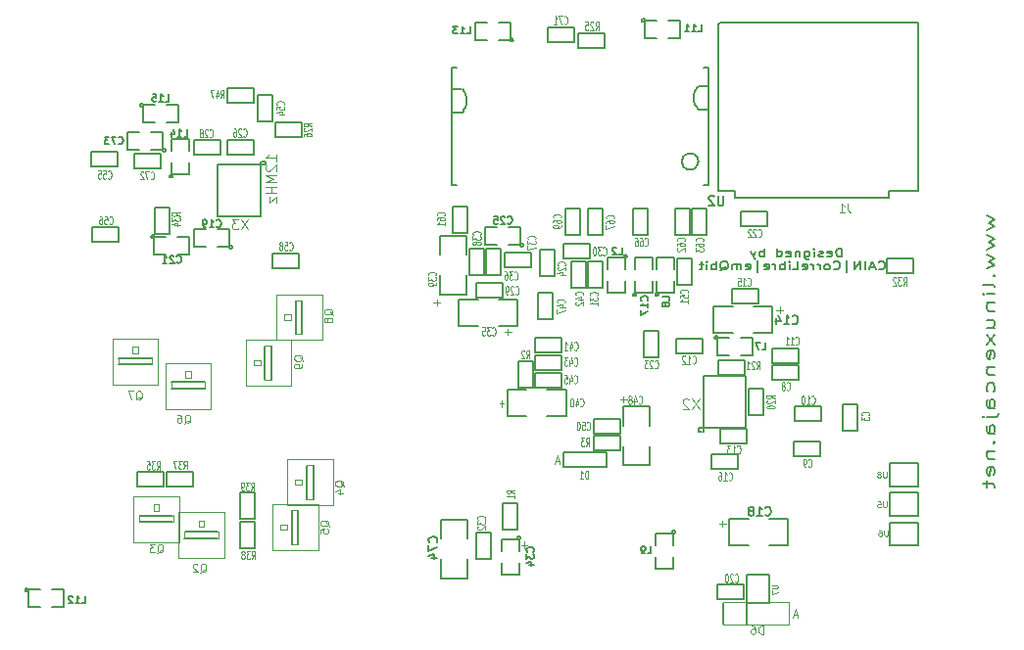
<source format=gbo>
G04 (created by PCBNEW-RS274X (2011-05-31)-stable) date Fri 24 Feb 2012 05:38:00 PM COT*
G01*
G70*
G90*
%MOIN*%
G04 Gerber Fmt 3.4, Leading zero omitted, Abs format*
%FSLAX34Y34*%
G04 APERTURE LIST*
%ADD10C,0.006000*%
%ADD11C,0.007900*%
%ADD12C,0.005900*%
%ADD13C,0.004300*%
%ADD14C,0.004500*%
%ADD15C,0.003900*%
%ADD16C,0.007000*%
%ADD17C,0.005000*%
%ADD18C,0.008000*%
%ADD19C,0.002600*%
%ADD20C,0.002000*%
%ADD21C,0.004000*%
%ADD22C,0.003500*%
G04 APERTURE END LIST*
G54D10*
G54D11*
X67152Y-40543D02*
X67414Y-40663D01*
X67227Y-40783D01*
X67414Y-40903D01*
X67152Y-41023D01*
X67152Y-41203D02*
X67414Y-41323D01*
X67227Y-41443D01*
X67414Y-41563D01*
X67152Y-41683D01*
X67152Y-41863D02*
X67414Y-41983D01*
X67227Y-42103D01*
X67414Y-42223D01*
X67152Y-42343D01*
X67377Y-42583D02*
X67396Y-42613D01*
X67414Y-42583D01*
X67396Y-42553D01*
X67377Y-42583D01*
X67414Y-42583D01*
X67414Y-42973D02*
X67396Y-42913D01*
X67358Y-42883D01*
X67020Y-42883D01*
X67414Y-43213D02*
X67152Y-43213D01*
X67020Y-43213D02*
X67039Y-43183D01*
X67058Y-43213D01*
X67039Y-43243D01*
X67020Y-43213D01*
X67058Y-43213D01*
X67152Y-43513D02*
X67414Y-43513D01*
X67189Y-43513D02*
X67171Y-43543D01*
X67152Y-43603D01*
X67152Y-43693D01*
X67171Y-43753D01*
X67208Y-43783D01*
X67414Y-43783D01*
X67152Y-44353D02*
X67414Y-44353D01*
X67152Y-44083D02*
X67358Y-44083D01*
X67396Y-44113D01*
X67414Y-44173D01*
X67414Y-44263D01*
X67396Y-44323D01*
X67377Y-44353D01*
X67414Y-44593D02*
X67152Y-44923D01*
X67152Y-44593D02*
X67414Y-44923D01*
X67396Y-45403D02*
X67414Y-45343D01*
X67414Y-45223D01*
X67396Y-45163D01*
X67358Y-45133D01*
X67208Y-45133D01*
X67171Y-45163D01*
X67152Y-45223D01*
X67152Y-45343D01*
X67171Y-45403D01*
X67208Y-45433D01*
X67246Y-45433D01*
X67283Y-45133D01*
X67152Y-45703D02*
X67414Y-45703D01*
X67189Y-45703D02*
X67171Y-45733D01*
X67152Y-45793D01*
X67152Y-45883D01*
X67171Y-45943D01*
X67208Y-45973D01*
X67414Y-45973D01*
X67396Y-46543D02*
X67414Y-46483D01*
X67414Y-46363D01*
X67396Y-46303D01*
X67377Y-46273D01*
X67339Y-46243D01*
X67227Y-46243D01*
X67189Y-46273D01*
X67171Y-46303D01*
X67152Y-46363D01*
X67152Y-46483D01*
X67171Y-46543D01*
X67414Y-47083D02*
X67208Y-47083D01*
X67171Y-47053D01*
X67152Y-46993D01*
X67152Y-46873D01*
X67171Y-46813D01*
X67396Y-47083D02*
X67414Y-47023D01*
X67414Y-46873D01*
X67396Y-46813D01*
X67358Y-46783D01*
X67321Y-46783D01*
X67283Y-46813D01*
X67264Y-46873D01*
X67264Y-47023D01*
X67246Y-47083D01*
X67152Y-47383D02*
X67490Y-47383D01*
X67527Y-47353D01*
X67546Y-47293D01*
X67546Y-47263D01*
X67020Y-47383D02*
X67039Y-47353D01*
X67058Y-47383D01*
X67039Y-47413D01*
X67020Y-47383D01*
X67058Y-47383D01*
X67414Y-47953D02*
X67208Y-47953D01*
X67171Y-47923D01*
X67152Y-47863D01*
X67152Y-47743D01*
X67171Y-47683D01*
X67396Y-47953D02*
X67414Y-47893D01*
X67414Y-47743D01*
X67396Y-47683D01*
X67358Y-47653D01*
X67321Y-47653D01*
X67283Y-47683D01*
X67264Y-47743D01*
X67264Y-47893D01*
X67246Y-47953D01*
X67377Y-48253D02*
X67396Y-48283D01*
X67414Y-48253D01*
X67396Y-48223D01*
X67377Y-48253D01*
X67414Y-48253D01*
X67152Y-48553D02*
X67414Y-48553D01*
X67189Y-48553D02*
X67171Y-48583D01*
X67152Y-48643D01*
X67152Y-48733D01*
X67171Y-48793D01*
X67208Y-48823D01*
X67414Y-48823D01*
X67396Y-49363D02*
X67414Y-49303D01*
X67414Y-49183D01*
X67396Y-49123D01*
X67358Y-49093D01*
X67208Y-49093D01*
X67171Y-49123D01*
X67152Y-49183D01*
X67152Y-49303D01*
X67171Y-49363D01*
X67208Y-49393D01*
X67246Y-49393D01*
X67283Y-49093D01*
X67152Y-49573D02*
X67152Y-49813D01*
X67020Y-49663D02*
X67358Y-49663D01*
X67396Y-49693D01*
X67414Y-49753D01*
X67414Y-49813D01*
G54D12*
X62221Y-41931D02*
X62221Y-41655D01*
X62136Y-41655D01*
X62086Y-41668D01*
X62052Y-41694D01*
X62035Y-41720D01*
X62018Y-41773D01*
X62018Y-41812D01*
X62035Y-41865D01*
X62052Y-41891D01*
X62086Y-41918D01*
X62136Y-41931D01*
X62221Y-41931D01*
X61732Y-41918D02*
X61766Y-41931D01*
X61833Y-41931D01*
X61867Y-41918D01*
X61884Y-41891D01*
X61884Y-41786D01*
X61867Y-41760D01*
X61833Y-41747D01*
X61766Y-41747D01*
X61732Y-41760D01*
X61715Y-41786D01*
X61715Y-41812D01*
X61884Y-41839D01*
X61581Y-41918D02*
X61547Y-41931D01*
X61479Y-41931D01*
X61446Y-41918D01*
X61429Y-41891D01*
X61429Y-41878D01*
X61446Y-41852D01*
X61479Y-41839D01*
X61530Y-41839D01*
X61564Y-41826D01*
X61581Y-41799D01*
X61581Y-41786D01*
X61564Y-41760D01*
X61530Y-41747D01*
X61479Y-41747D01*
X61446Y-41760D01*
X61277Y-41931D02*
X61277Y-41747D01*
X61277Y-41655D02*
X61294Y-41668D01*
X61277Y-41681D01*
X61260Y-41668D01*
X61277Y-41655D01*
X61277Y-41681D01*
X60956Y-41747D02*
X60956Y-41970D01*
X60973Y-41996D01*
X60990Y-42010D01*
X61023Y-42023D01*
X61074Y-42023D01*
X61108Y-42010D01*
X60956Y-41918D02*
X60990Y-41931D01*
X61057Y-41931D01*
X61091Y-41918D01*
X61108Y-41904D01*
X61125Y-41878D01*
X61125Y-41799D01*
X61108Y-41773D01*
X61091Y-41760D01*
X61057Y-41747D01*
X60990Y-41747D01*
X60956Y-41760D01*
X60788Y-41747D02*
X60788Y-41931D01*
X60788Y-41773D02*
X60771Y-41760D01*
X60737Y-41747D01*
X60687Y-41747D01*
X60653Y-41760D01*
X60636Y-41786D01*
X60636Y-41931D01*
X60333Y-41918D02*
X60367Y-41931D01*
X60434Y-41931D01*
X60468Y-41918D01*
X60485Y-41891D01*
X60485Y-41786D01*
X60468Y-41760D01*
X60434Y-41747D01*
X60367Y-41747D01*
X60333Y-41760D01*
X60316Y-41786D01*
X60316Y-41812D01*
X60485Y-41839D01*
X60013Y-41931D02*
X60013Y-41655D01*
X60013Y-41918D02*
X60047Y-41931D01*
X60114Y-41931D01*
X60148Y-41918D01*
X60165Y-41904D01*
X60182Y-41878D01*
X60182Y-41799D01*
X60165Y-41773D01*
X60148Y-41760D01*
X60114Y-41747D01*
X60047Y-41747D01*
X60013Y-41760D01*
X59575Y-41931D02*
X59575Y-41655D01*
X59575Y-41760D02*
X59541Y-41747D01*
X59474Y-41747D01*
X59440Y-41760D01*
X59423Y-41773D01*
X59406Y-41799D01*
X59406Y-41878D01*
X59423Y-41904D01*
X59440Y-41918D01*
X59474Y-41931D01*
X59541Y-41931D01*
X59575Y-41918D01*
X59288Y-41747D02*
X59204Y-41931D01*
X59120Y-41747D02*
X59204Y-41931D01*
X59238Y-41996D01*
X59255Y-42010D01*
X59288Y-42023D01*
X63475Y-42349D02*
X63492Y-42363D01*
X63543Y-42376D01*
X63577Y-42376D01*
X63627Y-42363D01*
X63661Y-42336D01*
X63678Y-42310D01*
X63695Y-42257D01*
X63695Y-42218D01*
X63678Y-42165D01*
X63661Y-42139D01*
X63627Y-42113D01*
X63577Y-42100D01*
X63543Y-42100D01*
X63492Y-42113D01*
X63475Y-42126D01*
X63341Y-42297D02*
X63172Y-42297D01*
X63374Y-42376D02*
X63256Y-42100D01*
X63138Y-42376D01*
X63021Y-42376D02*
X63021Y-42100D01*
X62852Y-42376D02*
X62852Y-42100D01*
X62649Y-42376D01*
X62649Y-42100D01*
X62396Y-42468D02*
X62396Y-42073D01*
X61941Y-42349D02*
X61958Y-42363D01*
X62009Y-42376D01*
X62043Y-42376D01*
X62093Y-42363D01*
X62127Y-42336D01*
X62144Y-42310D01*
X62161Y-42257D01*
X62161Y-42218D01*
X62144Y-42165D01*
X62127Y-42139D01*
X62093Y-42113D01*
X62043Y-42100D01*
X62009Y-42100D01*
X61958Y-42113D01*
X61941Y-42126D01*
X61739Y-42376D02*
X61773Y-42363D01*
X61790Y-42349D01*
X61807Y-42323D01*
X61807Y-42244D01*
X61790Y-42218D01*
X61773Y-42205D01*
X61739Y-42192D01*
X61689Y-42192D01*
X61655Y-42205D01*
X61638Y-42218D01*
X61621Y-42244D01*
X61621Y-42323D01*
X61638Y-42349D01*
X61655Y-42363D01*
X61689Y-42376D01*
X61739Y-42376D01*
X61470Y-42376D02*
X61470Y-42192D01*
X61470Y-42244D02*
X61453Y-42218D01*
X61436Y-42205D01*
X61402Y-42192D01*
X61369Y-42192D01*
X61251Y-42376D02*
X61251Y-42192D01*
X61251Y-42244D02*
X61234Y-42218D01*
X61217Y-42205D01*
X61183Y-42192D01*
X61150Y-42192D01*
X60897Y-42363D02*
X60931Y-42376D01*
X60998Y-42376D01*
X61032Y-42363D01*
X61049Y-42336D01*
X61049Y-42231D01*
X61032Y-42205D01*
X60998Y-42192D01*
X60931Y-42192D01*
X60897Y-42205D01*
X60880Y-42231D01*
X60880Y-42257D01*
X61049Y-42284D01*
X60560Y-42376D02*
X60729Y-42376D01*
X60729Y-42100D01*
X60442Y-42376D02*
X60442Y-42192D01*
X60442Y-42100D02*
X60459Y-42113D01*
X60442Y-42126D01*
X60425Y-42113D01*
X60442Y-42100D01*
X60442Y-42126D01*
X60273Y-42376D02*
X60273Y-42100D01*
X60273Y-42205D02*
X60239Y-42192D01*
X60172Y-42192D01*
X60138Y-42205D01*
X60121Y-42218D01*
X60104Y-42244D01*
X60104Y-42323D01*
X60121Y-42349D01*
X60138Y-42363D01*
X60172Y-42376D01*
X60239Y-42376D01*
X60273Y-42363D01*
X59953Y-42376D02*
X59953Y-42192D01*
X59953Y-42244D02*
X59936Y-42218D01*
X59919Y-42205D01*
X59885Y-42192D01*
X59852Y-42192D01*
X59599Y-42363D02*
X59633Y-42376D01*
X59700Y-42376D01*
X59734Y-42363D01*
X59751Y-42336D01*
X59751Y-42231D01*
X59734Y-42205D01*
X59700Y-42192D01*
X59633Y-42192D01*
X59599Y-42205D01*
X59582Y-42231D01*
X59582Y-42257D01*
X59751Y-42284D01*
X59346Y-42468D02*
X59346Y-42073D01*
X58959Y-42363D02*
X58993Y-42376D01*
X59060Y-42376D01*
X59094Y-42363D01*
X59111Y-42336D01*
X59111Y-42231D01*
X59094Y-42205D01*
X59060Y-42192D01*
X58993Y-42192D01*
X58959Y-42205D01*
X58942Y-42231D01*
X58942Y-42257D01*
X59111Y-42284D01*
X58791Y-42376D02*
X58791Y-42192D01*
X58791Y-42218D02*
X58774Y-42205D01*
X58740Y-42192D01*
X58690Y-42192D01*
X58656Y-42205D01*
X58639Y-42231D01*
X58639Y-42376D01*
X58639Y-42231D02*
X58622Y-42205D01*
X58588Y-42192D01*
X58538Y-42192D01*
X58504Y-42205D01*
X58487Y-42231D01*
X58487Y-42376D01*
X58083Y-42402D02*
X58116Y-42389D01*
X58150Y-42363D01*
X58201Y-42323D01*
X58234Y-42310D01*
X58268Y-42310D01*
X58251Y-42376D02*
X58285Y-42363D01*
X58319Y-42336D01*
X58336Y-42284D01*
X58336Y-42192D01*
X58319Y-42139D01*
X58285Y-42113D01*
X58251Y-42100D01*
X58184Y-42100D01*
X58150Y-42113D01*
X58116Y-42139D01*
X58100Y-42192D01*
X58100Y-42284D01*
X58116Y-42336D01*
X58150Y-42363D01*
X58184Y-42376D01*
X58251Y-42376D01*
X57948Y-42376D02*
X57948Y-42100D01*
X57948Y-42205D02*
X57914Y-42192D01*
X57847Y-42192D01*
X57813Y-42205D01*
X57796Y-42218D01*
X57779Y-42244D01*
X57779Y-42323D01*
X57796Y-42349D01*
X57813Y-42363D01*
X57847Y-42376D01*
X57914Y-42376D01*
X57948Y-42363D01*
X57628Y-42376D02*
X57628Y-42192D01*
X57628Y-42100D02*
X57645Y-42113D01*
X57628Y-42126D01*
X57611Y-42113D01*
X57628Y-42100D01*
X57628Y-42126D01*
X57509Y-42192D02*
X57374Y-42192D01*
X57459Y-42100D02*
X57459Y-42336D01*
X57442Y-42363D01*
X57408Y-42376D01*
X57374Y-42376D01*
G54D13*
X60703Y-54143D02*
X60572Y-54143D01*
X60730Y-54222D02*
X60638Y-53946D01*
X60546Y-54222D01*
X52605Y-48907D02*
X52474Y-48907D01*
X52632Y-48986D02*
X52540Y-48710D01*
X52448Y-48986D01*
X60211Y-43747D02*
X60001Y-43747D01*
X60106Y-43852D02*
X60106Y-43641D01*
X58270Y-51038D02*
X58060Y-51038D01*
X58165Y-51143D02*
X58165Y-50932D01*
X51527Y-51751D02*
X51317Y-51751D01*
X51422Y-51856D02*
X51422Y-51645D01*
X48542Y-43487D02*
X48332Y-43487D01*
X48437Y-43592D02*
X48437Y-43381D01*
X54904Y-46802D02*
X54694Y-46802D01*
X54799Y-46907D02*
X54799Y-46696D01*
X50971Y-44487D02*
X50761Y-44487D01*
X50866Y-44592D02*
X50866Y-44381D01*
G54D14*
X50718Y-46944D02*
X50581Y-46944D01*
X50650Y-47050D02*
X50650Y-46837D01*
G54D15*
X58146Y-53725D02*
X58146Y-54433D01*
X58146Y-54433D02*
X58185Y-54453D01*
X58185Y-54453D02*
X58185Y-54433D01*
X58185Y-53705D02*
X58146Y-53725D01*
X58953Y-53705D02*
X58953Y-54433D01*
X58953Y-54433D02*
X58992Y-54433D01*
X58992Y-54433D02*
X58992Y-53705D01*
X59681Y-53705D02*
X58185Y-53705D01*
X58185Y-53705D02*
X58185Y-54433D01*
X58185Y-54433D02*
X58185Y-54453D01*
X58185Y-54453D02*
X60429Y-54453D01*
X60429Y-54453D02*
X60429Y-53705D01*
X60429Y-53705D02*
X59681Y-53705D01*
G54D11*
X52752Y-49107D02*
X54205Y-49103D01*
X54216Y-49083D02*
X54216Y-48607D01*
X54216Y-48607D02*
X52756Y-48611D01*
X52756Y-48611D02*
X52756Y-49071D01*
G54D16*
X58026Y-38889D02*
X58026Y-34029D01*
X58026Y-34029D02*
X58076Y-33979D01*
X58076Y-33979D02*
X64816Y-33979D01*
X64816Y-33979D02*
X64816Y-39689D01*
X64816Y-39689D02*
X63806Y-39689D01*
X63806Y-39689D02*
X63806Y-39919D01*
X63806Y-39919D02*
X58576Y-39919D01*
X58576Y-39919D02*
X58576Y-39709D01*
X58576Y-39709D02*
X58016Y-39709D01*
X58016Y-39709D02*
X58016Y-38859D01*
G54D17*
X54913Y-41917D02*
X54912Y-41926D01*
X54909Y-41936D01*
X54904Y-41944D01*
X54898Y-41952D01*
X54890Y-41958D01*
X54882Y-41963D01*
X54873Y-41965D01*
X54863Y-41966D01*
X54854Y-41966D01*
X54845Y-41963D01*
X54836Y-41958D01*
X54829Y-41952D01*
X54822Y-41945D01*
X54818Y-41936D01*
X54815Y-41927D01*
X54814Y-41917D01*
X54814Y-41908D01*
X54817Y-41899D01*
X54821Y-41890D01*
X54828Y-41883D01*
X54835Y-41876D01*
X54843Y-41872D01*
X54853Y-41869D01*
X54862Y-41868D01*
X54871Y-41868D01*
X54881Y-41871D01*
X54889Y-41875D01*
X54897Y-41881D01*
X54903Y-41889D01*
X54908Y-41897D01*
X54911Y-41906D01*
X54912Y-41916D01*
X54913Y-41917D01*
X54863Y-42367D02*
X54863Y-41967D01*
X54863Y-41967D02*
X54263Y-41967D01*
X54263Y-41967D02*
X54263Y-42367D01*
X54263Y-42767D02*
X54263Y-43167D01*
X54263Y-43167D02*
X54863Y-43167D01*
X54863Y-43167D02*
X54863Y-42767D01*
X64643Y-41994D02*
X63743Y-41994D01*
X63743Y-41994D02*
X63743Y-42494D01*
X63743Y-42494D02*
X64643Y-42494D01*
X64643Y-42494D02*
X64643Y-41994D01*
X62746Y-47856D02*
X62746Y-46956D01*
X62746Y-46956D02*
X62246Y-46956D01*
X62246Y-46956D02*
X62246Y-47856D01*
X62246Y-47856D02*
X62746Y-47856D01*
X50850Y-47371D02*
X50850Y-46471D01*
X50850Y-46471D02*
X51500Y-46471D01*
X52200Y-47371D02*
X52850Y-47371D01*
X52850Y-47371D02*
X52850Y-46471D01*
X52850Y-46471D02*
X52200Y-46471D01*
X51500Y-47371D02*
X50850Y-47371D01*
X54786Y-47035D02*
X55686Y-47035D01*
X55686Y-47035D02*
X55686Y-47685D01*
X54786Y-48385D02*
X54786Y-49035D01*
X54786Y-49035D02*
X55686Y-49035D01*
X55686Y-49035D02*
X55686Y-48385D01*
X54786Y-47685D02*
X54786Y-47035D01*
X51189Y-43385D02*
X51189Y-44285D01*
X51189Y-44285D02*
X50539Y-44285D01*
X49839Y-43385D02*
X49189Y-43385D01*
X49189Y-43385D02*
X49189Y-44285D01*
X49189Y-44285D02*
X49839Y-44285D01*
X50539Y-43385D02*
X51189Y-43385D01*
X49458Y-43217D02*
X48558Y-43217D01*
X48558Y-43217D02*
X48558Y-42567D01*
X49458Y-41867D02*
X49458Y-41217D01*
X49458Y-41217D02*
X48558Y-41217D01*
X48558Y-41217D02*
X48558Y-41867D01*
X49458Y-42567D02*
X49458Y-43217D01*
X53251Y-34817D02*
X54151Y-34817D01*
X54151Y-34817D02*
X54151Y-34317D01*
X54151Y-34317D02*
X53251Y-34317D01*
X53251Y-34317D02*
X53251Y-34817D01*
X53107Y-34140D02*
X52207Y-34140D01*
X52207Y-34140D02*
X52207Y-34640D01*
X52207Y-34640D02*
X53107Y-34640D01*
X53107Y-34640D02*
X53107Y-34140D01*
X48978Y-40219D02*
X48978Y-41119D01*
X48978Y-41119D02*
X49478Y-41119D01*
X49478Y-41119D02*
X49478Y-40219D01*
X49478Y-40219D02*
X48978Y-40219D01*
X56541Y-40302D02*
X56541Y-41202D01*
X56541Y-41202D02*
X57041Y-41202D01*
X57041Y-41202D02*
X57041Y-40302D01*
X57041Y-40302D02*
X56541Y-40302D01*
X57116Y-40302D02*
X57116Y-41202D01*
X57116Y-41202D02*
X57616Y-41202D01*
X57616Y-41202D02*
X57616Y-40302D01*
X57616Y-40302D02*
X57116Y-40302D01*
X52805Y-40298D02*
X52805Y-41198D01*
X52805Y-41198D02*
X53305Y-41198D01*
X53305Y-41198D02*
X53305Y-40298D01*
X53305Y-40298D02*
X52805Y-40298D01*
X53585Y-40298D02*
X53585Y-41198D01*
X53585Y-41198D02*
X54085Y-41198D01*
X54085Y-41198D02*
X54085Y-40298D01*
X54085Y-40298D02*
X53585Y-40298D01*
X55128Y-40302D02*
X55128Y-41202D01*
X55128Y-41202D02*
X55628Y-41202D01*
X55628Y-41202D02*
X55628Y-40302D01*
X55628Y-40302D02*
X55128Y-40302D01*
X55490Y-44475D02*
X55490Y-45375D01*
X55490Y-45375D02*
X55990Y-45375D01*
X55990Y-45375D02*
X55990Y-44475D01*
X55990Y-44475D02*
X55490Y-44475D01*
X50686Y-42817D02*
X49786Y-42817D01*
X49786Y-42817D02*
X49786Y-43317D01*
X49786Y-43317D02*
X50686Y-43317D01*
X50686Y-43317D02*
X50686Y-42817D01*
X49774Y-51330D02*
X49774Y-52230D01*
X49774Y-52230D02*
X50274Y-52230D01*
X50274Y-52230D02*
X50274Y-51330D01*
X50274Y-51330D02*
X49774Y-51330D01*
X50695Y-50330D02*
X50695Y-51230D01*
X50695Y-51230D02*
X51195Y-51230D01*
X51195Y-51230D02*
X51195Y-50330D01*
X51195Y-50330D02*
X50695Y-50330D01*
X51203Y-45492D02*
X51203Y-46392D01*
X51203Y-46392D02*
X51703Y-46392D01*
X51703Y-46392D02*
X51703Y-45492D01*
X51703Y-45492D02*
X51203Y-45492D01*
X51786Y-45211D02*
X52686Y-45211D01*
X52686Y-45211D02*
X52686Y-44711D01*
X52686Y-44711D02*
X51786Y-44711D01*
X51786Y-44711D02*
X51786Y-45211D01*
X51794Y-45806D02*
X52694Y-45806D01*
X52694Y-45806D02*
X52694Y-45306D01*
X52694Y-45306D02*
X51794Y-45306D01*
X51794Y-45306D02*
X51794Y-45806D01*
X51794Y-46393D02*
X52694Y-46393D01*
X52694Y-46393D02*
X52694Y-45893D01*
X52694Y-45893D02*
X51794Y-45893D01*
X51794Y-45893D02*
X51794Y-46393D01*
X53778Y-48522D02*
X54678Y-48522D01*
X54678Y-48522D02*
X54678Y-48022D01*
X54678Y-48022D02*
X53778Y-48022D01*
X53778Y-48022D02*
X53778Y-48522D01*
X53778Y-47947D02*
X54678Y-47947D01*
X54678Y-47947D02*
X54678Y-47447D01*
X54678Y-47447D02*
X53778Y-47447D01*
X53778Y-47447D02*
X53778Y-47947D01*
X58786Y-40907D02*
X59686Y-40907D01*
X59686Y-40907D02*
X59686Y-40407D01*
X59686Y-40407D02*
X58786Y-40407D01*
X58786Y-40407D02*
X58786Y-40907D01*
X52435Y-42596D02*
X52435Y-41696D01*
X52435Y-41696D02*
X51935Y-41696D01*
X51935Y-41696D02*
X51935Y-42596D01*
X51935Y-42596D02*
X52435Y-42596D01*
X54081Y-42981D02*
X54081Y-42081D01*
X54081Y-42081D02*
X53581Y-42081D01*
X53581Y-42081D02*
X53581Y-42981D01*
X53581Y-42981D02*
X54081Y-42981D01*
X53514Y-42981D02*
X53514Y-42081D01*
X53514Y-42081D02*
X53014Y-42081D01*
X53014Y-42081D02*
X53014Y-42981D01*
X53014Y-42981D02*
X53514Y-42981D01*
X50623Y-42569D02*
X50623Y-41669D01*
X50623Y-41669D02*
X50123Y-41669D01*
X50123Y-41669D02*
X50123Y-42569D01*
X50123Y-42569D02*
X50623Y-42569D01*
X51639Y-41805D02*
X50739Y-41805D01*
X50739Y-41805D02*
X50739Y-42305D01*
X50739Y-42305D02*
X51639Y-42305D01*
X51639Y-42305D02*
X51639Y-41805D01*
X50049Y-42569D02*
X50049Y-41669D01*
X50049Y-41669D02*
X49549Y-41669D01*
X49549Y-41669D02*
X49549Y-42569D01*
X49549Y-42569D02*
X50049Y-42569D01*
X51896Y-43152D02*
X51896Y-44052D01*
X51896Y-44052D02*
X52396Y-44052D01*
X52396Y-44052D02*
X52396Y-43152D01*
X52396Y-43152D02*
X51896Y-43152D01*
X52763Y-42006D02*
X53663Y-42006D01*
X53663Y-42006D02*
X53663Y-41506D01*
X53663Y-41506D02*
X52763Y-41506D01*
X52763Y-41506D02*
X52763Y-42006D01*
X57104Y-42895D02*
X57104Y-41995D01*
X57104Y-41995D02*
X56604Y-41995D01*
X56604Y-41995D02*
X56604Y-42895D01*
X56604Y-42895D02*
X57104Y-42895D01*
X57862Y-44541D02*
X57862Y-43641D01*
X57862Y-43641D02*
X58512Y-43641D01*
X59212Y-44541D02*
X59862Y-44541D01*
X59862Y-44541D02*
X59862Y-43641D01*
X59862Y-43641D02*
X59212Y-43641D01*
X58512Y-44541D02*
X57862Y-44541D01*
X59061Y-46436D02*
X59061Y-47336D01*
X59061Y-47336D02*
X59561Y-47336D01*
X59561Y-47336D02*
X59561Y-46436D01*
X59561Y-46436D02*
X59061Y-46436D01*
X58915Y-45467D02*
X58015Y-45467D01*
X58015Y-45467D02*
X58015Y-45967D01*
X58015Y-45967D02*
X58915Y-45967D01*
X58915Y-45967D02*
X58915Y-45467D01*
X57790Y-49179D02*
X58690Y-49179D01*
X58690Y-49179D02*
X58690Y-48679D01*
X58690Y-48679D02*
X57790Y-48679D01*
X57790Y-48679D02*
X57790Y-49179D01*
X60629Y-47537D02*
X61529Y-47537D01*
X61529Y-47537D02*
X61529Y-47037D01*
X61529Y-47037D02*
X60629Y-47037D01*
X60629Y-47037D02*
X60629Y-47537D01*
X59849Y-45557D02*
X60749Y-45557D01*
X60749Y-45557D02*
X60749Y-45057D01*
X60749Y-45057D02*
X59849Y-45057D01*
X59849Y-45057D02*
X59849Y-45557D01*
X60597Y-48719D02*
X61497Y-48719D01*
X61497Y-48719D02*
X61497Y-48219D01*
X61497Y-48219D02*
X60597Y-48219D01*
X60597Y-48219D02*
X60597Y-48719D01*
X59849Y-46128D02*
X60749Y-46128D01*
X60749Y-46128D02*
X60749Y-45628D01*
X60749Y-45628D02*
X59849Y-45628D01*
X59849Y-45628D02*
X59849Y-46128D01*
X57470Y-44719D02*
X56570Y-44719D01*
X56570Y-44719D02*
X56570Y-45219D01*
X56570Y-45219D02*
X57470Y-45219D01*
X57470Y-45219D02*
X57470Y-44719D01*
X58078Y-48281D02*
X58978Y-48281D01*
X58978Y-48281D02*
X58978Y-47781D01*
X58978Y-47781D02*
X58078Y-47781D01*
X58078Y-47781D02*
X58078Y-48281D01*
X58471Y-43514D02*
X59371Y-43514D01*
X59371Y-43514D02*
X59371Y-43014D01*
X59371Y-43014D02*
X58471Y-43014D01*
X58471Y-43014D02*
X58471Y-43514D01*
X57999Y-53608D02*
X58899Y-53608D01*
X58899Y-53608D02*
X58899Y-53108D01*
X58899Y-53108D02*
X57999Y-53108D01*
X57999Y-53108D02*
X57999Y-53608D01*
X56547Y-51299D02*
X56546Y-51308D01*
X56543Y-51318D01*
X56538Y-51326D01*
X56532Y-51334D01*
X56524Y-51340D01*
X56516Y-51345D01*
X56507Y-51347D01*
X56497Y-51348D01*
X56488Y-51348D01*
X56479Y-51345D01*
X56470Y-51340D01*
X56463Y-51334D01*
X56456Y-51327D01*
X56452Y-51318D01*
X56449Y-51309D01*
X56448Y-51299D01*
X56448Y-51290D01*
X56451Y-51281D01*
X56455Y-51272D01*
X56462Y-51265D01*
X56469Y-51258D01*
X56477Y-51254D01*
X56487Y-51251D01*
X56496Y-51250D01*
X56505Y-51250D01*
X56515Y-51253D01*
X56523Y-51257D01*
X56531Y-51263D01*
X56537Y-51271D01*
X56542Y-51279D01*
X56545Y-51288D01*
X56546Y-51298D01*
X56547Y-51299D01*
X56497Y-51749D02*
X56497Y-51349D01*
X56497Y-51349D02*
X55897Y-51349D01*
X55897Y-51349D02*
X55897Y-51749D01*
X55897Y-52149D02*
X55897Y-52549D01*
X55897Y-52549D02*
X56497Y-52549D01*
X56497Y-52549D02*
X56497Y-52149D01*
X55974Y-43221D02*
X55973Y-43230D01*
X55970Y-43240D01*
X55965Y-43248D01*
X55959Y-43256D01*
X55951Y-43262D01*
X55943Y-43267D01*
X55934Y-43269D01*
X55924Y-43270D01*
X55915Y-43270D01*
X55906Y-43267D01*
X55897Y-43262D01*
X55890Y-43256D01*
X55883Y-43249D01*
X55879Y-43240D01*
X55876Y-43231D01*
X55875Y-43221D01*
X55875Y-43212D01*
X55878Y-43203D01*
X55882Y-43194D01*
X55889Y-43187D01*
X55896Y-43180D01*
X55904Y-43176D01*
X55914Y-43173D01*
X55923Y-43172D01*
X55932Y-43172D01*
X55942Y-43175D01*
X55950Y-43179D01*
X55958Y-43185D01*
X55964Y-43193D01*
X55969Y-43201D01*
X55972Y-43210D01*
X55973Y-43220D01*
X55974Y-43221D01*
X55924Y-42771D02*
X55924Y-43171D01*
X55924Y-43171D02*
X56524Y-43171D01*
X56524Y-43171D02*
X56524Y-42771D01*
X56524Y-42371D02*
X56524Y-41971D01*
X56524Y-41971D02*
X55924Y-41971D01*
X55924Y-41971D02*
X55924Y-42371D01*
X57994Y-44688D02*
X57993Y-44697D01*
X57990Y-44707D01*
X57985Y-44715D01*
X57979Y-44723D01*
X57971Y-44729D01*
X57963Y-44734D01*
X57954Y-44736D01*
X57944Y-44737D01*
X57935Y-44737D01*
X57926Y-44734D01*
X57917Y-44729D01*
X57910Y-44723D01*
X57903Y-44716D01*
X57899Y-44707D01*
X57896Y-44698D01*
X57895Y-44688D01*
X57895Y-44679D01*
X57898Y-44670D01*
X57902Y-44661D01*
X57909Y-44654D01*
X57916Y-44647D01*
X57924Y-44643D01*
X57934Y-44640D01*
X57943Y-44639D01*
X57952Y-44639D01*
X57962Y-44642D01*
X57970Y-44646D01*
X57978Y-44652D01*
X57984Y-44660D01*
X57989Y-44668D01*
X57992Y-44677D01*
X57993Y-44687D01*
X57994Y-44688D01*
X58394Y-44688D02*
X57994Y-44688D01*
X57994Y-44688D02*
X57994Y-45288D01*
X57994Y-45288D02*
X58394Y-45288D01*
X58794Y-45288D02*
X59194Y-45288D01*
X59194Y-45288D02*
X59194Y-44688D01*
X59194Y-44688D02*
X58794Y-44688D01*
X55222Y-43221D02*
X55221Y-43230D01*
X55218Y-43240D01*
X55213Y-43248D01*
X55207Y-43256D01*
X55199Y-43262D01*
X55191Y-43267D01*
X55182Y-43269D01*
X55172Y-43270D01*
X55163Y-43270D01*
X55154Y-43267D01*
X55145Y-43262D01*
X55138Y-43256D01*
X55131Y-43249D01*
X55127Y-43240D01*
X55124Y-43231D01*
X55123Y-43221D01*
X55123Y-43212D01*
X55126Y-43203D01*
X55130Y-43194D01*
X55137Y-43187D01*
X55144Y-43180D01*
X55152Y-43176D01*
X55162Y-43173D01*
X55171Y-43172D01*
X55180Y-43172D01*
X55190Y-43175D01*
X55198Y-43179D01*
X55206Y-43185D01*
X55212Y-43193D01*
X55217Y-43201D01*
X55220Y-43210D01*
X55221Y-43220D01*
X55222Y-43221D01*
X55172Y-42771D02*
X55172Y-43171D01*
X55172Y-43171D02*
X55772Y-43171D01*
X55772Y-43171D02*
X55772Y-42771D01*
X55772Y-42371D02*
X55772Y-41971D01*
X55772Y-41971D02*
X55172Y-41971D01*
X55172Y-41971D02*
X55172Y-42371D01*
X58398Y-51761D02*
X58398Y-50861D01*
X58398Y-50861D02*
X59048Y-50861D01*
X59748Y-51761D02*
X60398Y-51761D01*
X60398Y-51761D02*
X60398Y-50861D01*
X60398Y-50861D02*
X59748Y-50861D01*
X59048Y-51761D02*
X58398Y-51761D01*
X64809Y-48969D02*
X64809Y-49755D01*
X64809Y-49755D02*
X63861Y-49755D01*
X63861Y-49755D02*
X63861Y-48969D01*
X63861Y-48969D02*
X64809Y-48969D01*
X58973Y-52766D02*
X59759Y-52766D01*
X59759Y-52766D02*
X59759Y-53714D01*
X59759Y-53714D02*
X58973Y-53714D01*
X58973Y-53714D02*
X58973Y-52766D01*
X64813Y-50981D02*
X64813Y-51767D01*
X64813Y-51767D02*
X63865Y-51767D01*
X63865Y-51767D02*
X63865Y-50981D01*
X63865Y-50981D02*
X64813Y-50981D01*
X64813Y-49961D02*
X64813Y-50747D01*
X64813Y-50747D02*
X63865Y-50747D01*
X63865Y-50747D02*
X63865Y-49961D01*
X63865Y-49961D02*
X64813Y-49961D01*
G54D18*
X57338Y-38691D02*
X57332Y-38744D01*
X57317Y-38796D01*
X57291Y-38844D01*
X57257Y-38886D01*
X57215Y-38921D01*
X57167Y-38947D01*
X57115Y-38963D01*
X57061Y-38968D01*
X57008Y-38964D01*
X56956Y-38948D01*
X56908Y-38923D01*
X56866Y-38889D01*
X56831Y-38848D01*
X56805Y-38800D01*
X56789Y-38748D01*
X56783Y-38694D01*
X56787Y-38641D01*
X56802Y-38589D01*
X56827Y-38541D01*
X56861Y-38498D01*
X56902Y-38463D01*
X56949Y-38437D01*
X57001Y-38420D01*
X57055Y-38414D01*
X57108Y-38418D01*
X57160Y-38432D01*
X57208Y-38457D01*
X57251Y-38490D01*
X57287Y-38531D01*
X57313Y-38578D01*
X57331Y-38630D01*
X57337Y-38684D01*
X57338Y-38691D01*
X57355Y-36919D02*
X57651Y-36919D01*
X57355Y-36132D02*
X57651Y-36132D01*
X49285Y-37018D02*
X48989Y-37018D01*
X49285Y-36230D02*
X48989Y-36230D01*
X49302Y-37017D02*
X49335Y-36982D01*
X49365Y-36943D01*
X49391Y-36902D01*
X49413Y-36859D01*
X49432Y-36814D01*
X49447Y-36768D01*
X49457Y-36720D01*
X49463Y-36672D01*
X49466Y-36624D01*
X49463Y-36576D01*
X49457Y-36528D01*
X49447Y-36480D01*
X49432Y-36434D01*
X49413Y-36389D01*
X49391Y-36346D01*
X49365Y-36305D01*
X49335Y-36266D01*
X49302Y-36231D01*
X57338Y-36133D02*
X57305Y-36168D01*
X57275Y-36207D01*
X57249Y-36248D01*
X57227Y-36291D01*
X57208Y-36336D01*
X57193Y-36382D01*
X57183Y-36430D01*
X57177Y-36478D01*
X57174Y-36526D01*
X57177Y-36574D01*
X57183Y-36622D01*
X57193Y-36670D01*
X57208Y-36716D01*
X57227Y-36761D01*
X57249Y-36804D01*
X57275Y-36845D01*
X57305Y-36884D01*
X57338Y-36919D01*
X57690Y-39510D02*
X57513Y-39510D01*
X48950Y-39510D02*
X49127Y-39510D01*
X48950Y-35510D02*
X49127Y-35510D01*
X57690Y-35510D02*
X57513Y-35510D01*
X57694Y-35510D02*
X57694Y-39510D01*
X48946Y-35510D02*
X48946Y-39510D01*
G54D11*
X57504Y-47890D02*
X57504Y-46000D01*
X57504Y-46000D02*
X58961Y-46000D01*
X58961Y-46000D02*
X58961Y-47771D01*
X58961Y-47771D02*
X57426Y-47771D01*
X57426Y-47771D02*
X57347Y-47771D01*
X57347Y-47771D02*
X57347Y-47890D01*
X57347Y-47890D02*
X57465Y-47890D01*
G54D17*
X51288Y-51504D02*
X51287Y-51513D01*
X51284Y-51523D01*
X51279Y-51531D01*
X51273Y-51539D01*
X51265Y-51545D01*
X51257Y-51550D01*
X51248Y-51552D01*
X51238Y-51553D01*
X51229Y-51553D01*
X51220Y-51550D01*
X51211Y-51545D01*
X51204Y-51539D01*
X51197Y-51532D01*
X51193Y-51523D01*
X51190Y-51514D01*
X51189Y-51504D01*
X51189Y-51495D01*
X51192Y-51486D01*
X51196Y-51477D01*
X51203Y-51470D01*
X51210Y-51463D01*
X51218Y-51459D01*
X51228Y-51456D01*
X51237Y-51455D01*
X51246Y-51455D01*
X51256Y-51458D01*
X51264Y-51462D01*
X51272Y-51468D01*
X51278Y-51476D01*
X51283Y-51484D01*
X51286Y-51493D01*
X51287Y-51503D01*
X51288Y-51504D01*
X51238Y-51954D02*
X51238Y-51554D01*
X51238Y-51554D02*
X50638Y-51554D01*
X50638Y-51554D02*
X50638Y-51954D01*
X50638Y-52354D02*
X50638Y-52754D01*
X50638Y-52754D02*
X51238Y-52754D01*
X51238Y-52754D02*
X51238Y-52354D01*
X51389Y-41540D02*
X51388Y-41549D01*
X51385Y-41559D01*
X51380Y-41567D01*
X51374Y-41575D01*
X51366Y-41581D01*
X51358Y-41586D01*
X51349Y-41588D01*
X51339Y-41589D01*
X51330Y-41589D01*
X51321Y-41586D01*
X51312Y-41581D01*
X51305Y-41575D01*
X51298Y-41568D01*
X51294Y-41559D01*
X51291Y-41550D01*
X51290Y-41540D01*
X51290Y-41531D01*
X51293Y-41522D01*
X51297Y-41513D01*
X51304Y-41506D01*
X51311Y-41499D01*
X51319Y-41495D01*
X51329Y-41492D01*
X51338Y-41491D01*
X51347Y-41491D01*
X51357Y-41494D01*
X51365Y-41498D01*
X51373Y-41504D01*
X51379Y-41512D01*
X51384Y-41520D01*
X51387Y-41529D01*
X51388Y-41539D01*
X51389Y-41540D01*
X50889Y-41540D02*
X51289Y-41540D01*
X51289Y-41540D02*
X51289Y-40940D01*
X51289Y-40940D02*
X50889Y-40940D01*
X50489Y-40940D02*
X50089Y-40940D01*
X50089Y-40940D02*
X50089Y-41540D01*
X50089Y-41540D02*
X50489Y-41540D01*
X51035Y-34560D02*
X51034Y-34569D01*
X51031Y-34579D01*
X51026Y-34587D01*
X51020Y-34595D01*
X51012Y-34601D01*
X51004Y-34606D01*
X50995Y-34608D01*
X50985Y-34609D01*
X50976Y-34609D01*
X50967Y-34606D01*
X50958Y-34601D01*
X50951Y-34595D01*
X50944Y-34588D01*
X50940Y-34579D01*
X50937Y-34570D01*
X50936Y-34560D01*
X50936Y-34551D01*
X50939Y-34542D01*
X50943Y-34533D01*
X50950Y-34526D01*
X50957Y-34519D01*
X50965Y-34515D01*
X50975Y-34512D01*
X50984Y-34511D01*
X50993Y-34511D01*
X51003Y-34514D01*
X51011Y-34518D01*
X51019Y-34524D01*
X51025Y-34532D01*
X51030Y-34540D01*
X51033Y-34549D01*
X51034Y-34559D01*
X51035Y-34560D01*
X50535Y-34560D02*
X50935Y-34560D01*
X50935Y-34560D02*
X50935Y-33960D01*
X50935Y-33960D02*
X50535Y-33960D01*
X50135Y-33960D02*
X49735Y-33960D01*
X49735Y-33960D02*
X49735Y-34560D01*
X49735Y-34560D02*
X50135Y-34560D01*
X34538Y-53279D02*
X34537Y-53288D01*
X34534Y-53298D01*
X34529Y-53306D01*
X34523Y-53314D01*
X34515Y-53320D01*
X34507Y-53325D01*
X34498Y-53327D01*
X34488Y-53328D01*
X34479Y-53328D01*
X34470Y-53325D01*
X34461Y-53320D01*
X34454Y-53314D01*
X34447Y-53307D01*
X34443Y-53298D01*
X34440Y-53289D01*
X34439Y-53279D01*
X34439Y-53270D01*
X34442Y-53261D01*
X34446Y-53252D01*
X34453Y-53245D01*
X34460Y-53238D01*
X34468Y-53234D01*
X34478Y-53231D01*
X34487Y-53230D01*
X34496Y-53230D01*
X34506Y-53233D01*
X34514Y-53237D01*
X34522Y-53243D01*
X34528Y-53251D01*
X34533Y-53259D01*
X34536Y-53268D01*
X34537Y-53278D01*
X34538Y-53279D01*
X34938Y-53279D02*
X34538Y-53279D01*
X34538Y-53279D02*
X34538Y-53879D01*
X34538Y-53879D02*
X34938Y-53879D01*
X35338Y-53879D02*
X35738Y-53879D01*
X35738Y-53879D02*
X35738Y-53279D01*
X35738Y-53279D02*
X35338Y-53279D01*
X55518Y-33881D02*
X55517Y-33890D01*
X55514Y-33900D01*
X55509Y-33908D01*
X55503Y-33916D01*
X55495Y-33922D01*
X55487Y-33927D01*
X55478Y-33929D01*
X55468Y-33930D01*
X55459Y-33930D01*
X55450Y-33927D01*
X55441Y-33922D01*
X55434Y-33916D01*
X55427Y-33909D01*
X55423Y-33900D01*
X55420Y-33891D01*
X55419Y-33881D01*
X55419Y-33872D01*
X55422Y-33863D01*
X55426Y-33854D01*
X55433Y-33847D01*
X55440Y-33840D01*
X55448Y-33836D01*
X55458Y-33833D01*
X55467Y-33832D01*
X55476Y-33832D01*
X55486Y-33835D01*
X55494Y-33839D01*
X55502Y-33845D01*
X55508Y-33853D01*
X55513Y-33861D01*
X55516Y-33870D01*
X55517Y-33880D01*
X55518Y-33881D01*
X55918Y-33881D02*
X55518Y-33881D01*
X55518Y-33881D02*
X55518Y-34481D01*
X55518Y-34481D02*
X55918Y-34481D01*
X56318Y-34481D02*
X56718Y-34481D01*
X56718Y-34481D02*
X56718Y-33881D01*
X56718Y-33881D02*
X56318Y-33881D01*
X38448Y-36770D02*
X38447Y-36779D01*
X38444Y-36789D01*
X38439Y-36797D01*
X38433Y-36805D01*
X38425Y-36811D01*
X38417Y-36816D01*
X38408Y-36818D01*
X38398Y-36819D01*
X38389Y-36819D01*
X38380Y-36816D01*
X38371Y-36811D01*
X38364Y-36805D01*
X38357Y-36798D01*
X38353Y-36789D01*
X38350Y-36780D01*
X38349Y-36770D01*
X38349Y-36761D01*
X38352Y-36752D01*
X38356Y-36743D01*
X38363Y-36736D01*
X38370Y-36729D01*
X38378Y-36725D01*
X38388Y-36722D01*
X38397Y-36721D01*
X38406Y-36721D01*
X38416Y-36724D01*
X38424Y-36728D01*
X38432Y-36734D01*
X38438Y-36742D01*
X38443Y-36750D01*
X38446Y-36759D01*
X38447Y-36769D01*
X38448Y-36770D01*
X38848Y-36770D02*
X38448Y-36770D01*
X38448Y-36770D02*
X38448Y-37370D01*
X38448Y-37370D02*
X38848Y-37370D01*
X39248Y-37370D02*
X39648Y-37370D01*
X39648Y-37370D02*
X39648Y-36770D01*
X39648Y-36770D02*
X39248Y-36770D01*
X39455Y-39189D02*
X39454Y-39198D01*
X39451Y-39208D01*
X39446Y-39216D01*
X39440Y-39224D01*
X39432Y-39230D01*
X39424Y-39235D01*
X39415Y-39237D01*
X39405Y-39238D01*
X39396Y-39238D01*
X39387Y-39235D01*
X39378Y-39230D01*
X39371Y-39224D01*
X39364Y-39217D01*
X39360Y-39208D01*
X39357Y-39199D01*
X39356Y-39189D01*
X39356Y-39180D01*
X39359Y-39171D01*
X39363Y-39162D01*
X39370Y-39155D01*
X39377Y-39148D01*
X39385Y-39144D01*
X39395Y-39141D01*
X39404Y-39140D01*
X39413Y-39140D01*
X39423Y-39143D01*
X39431Y-39147D01*
X39439Y-39153D01*
X39445Y-39161D01*
X39450Y-39169D01*
X39453Y-39178D01*
X39454Y-39188D01*
X39455Y-39189D01*
X39405Y-38739D02*
X39405Y-39139D01*
X39405Y-39139D02*
X40005Y-39139D01*
X40005Y-39139D02*
X40005Y-38739D01*
X40005Y-38339D02*
X40005Y-37939D01*
X40005Y-37939D02*
X39405Y-37939D01*
X39405Y-37939D02*
X39405Y-38339D01*
X39220Y-38311D02*
X39219Y-38320D01*
X39216Y-38330D01*
X39211Y-38338D01*
X39205Y-38346D01*
X39197Y-38352D01*
X39189Y-38357D01*
X39180Y-38359D01*
X39170Y-38360D01*
X39161Y-38360D01*
X39152Y-38357D01*
X39143Y-38352D01*
X39136Y-38346D01*
X39129Y-38339D01*
X39125Y-38330D01*
X39122Y-38321D01*
X39121Y-38311D01*
X39121Y-38302D01*
X39124Y-38293D01*
X39128Y-38284D01*
X39135Y-38277D01*
X39142Y-38270D01*
X39150Y-38266D01*
X39160Y-38263D01*
X39169Y-38262D01*
X39178Y-38262D01*
X39188Y-38265D01*
X39196Y-38269D01*
X39204Y-38275D01*
X39210Y-38283D01*
X39215Y-38291D01*
X39218Y-38300D01*
X39219Y-38310D01*
X39220Y-38311D01*
X38720Y-38311D02*
X39120Y-38311D01*
X39120Y-38311D02*
X39120Y-37711D01*
X39120Y-37711D02*
X38720Y-37711D01*
X38320Y-37711D02*
X37920Y-37711D01*
X37920Y-37711D02*
X37920Y-38311D01*
X37920Y-38311D02*
X38320Y-38311D01*
X41069Y-37966D02*
X40169Y-37966D01*
X40169Y-37966D02*
X40169Y-38466D01*
X40169Y-38466D02*
X41069Y-38466D01*
X41069Y-38466D02*
X41069Y-37966D01*
X41307Y-38466D02*
X42207Y-38466D01*
X42207Y-38466D02*
X42207Y-37966D01*
X42207Y-37966D02*
X41307Y-37966D01*
X41307Y-37966D02*
X41307Y-38466D01*
X39041Y-38415D02*
X38141Y-38415D01*
X38141Y-38415D02*
X38141Y-38915D01*
X38141Y-38915D02*
X39041Y-38915D01*
X39041Y-38915D02*
X39041Y-38415D01*
X42846Y-42316D02*
X43746Y-42316D01*
X43746Y-42316D02*
X43746Y-41816D01*
X43746Y-41816D02*
X42846Y-41816D01*
X42846Y-41816D02*
X42846Y-42316D01*
X37573Y-38360D02*
X36673Y-38360D01*
X36673Y-38360D02*
X36673Y-38860D01*
X36673Y-38860D02*
X37573Y-38860D01*
X37573Y-38860D02*
X37573Y-38360D01*
X37608Y-40923D02*
X36708Y-40923D01*
X36708Y-40923D02*
X36708Y-41423D01*
X36708Y-41423D02*
X37608Y-41423D01*
X37608Y-41423D02*
X37608Y-40923D01*
X39345Y-41162D02*
X39345Y-40262D01*
X39345Y-40262D02*
X38845Y-40262D01*
X38845Y-40262D02*
X38845Y-41162D01*
X38845Y-41162D02*
X39345Y-41162D01*
X43838Y-37359D02*
X42938Y-37359D01*
X42938Y-37359D02*
X42938Y-37859D01*
X42938Y-37859D02*
X43838Y-37859D01*
X43838Y-37859D02*
X43838Y-37359D01*
X48582Y-50882D02*
X49482Y-50882D01*
X49482Y-50882D02*
X49482Y-51532D01*
X48582Y-52232D02*
X48582Y-52882D01*
X48582Y-52882D02*
X49482Y-52882D01*
X49482Y-52882D02*
X49482Y-52232D01*
X48582Y-51532D02*
X48582Y-50882D01*
X42865Y-37320D02*
X42865Y-36420D01*
X42865Y-36420D02*
X42365Y-36420D01*
X42365Y-36420D02*
X42365Y-37320D01*
X42365Y-37320D02*
X42865Y-37320D01*
X39243Y-49760D02*
X40143Y-49760D01*
X40143Y-49760D02*
X40143Y-49260D01*
X40143Y-49260D02*
X39243Y-49260D01*
X39243Y-49260D02*
X39243Y-49760D01*
X39162Y-49264D02*
X38262Y-49264D01*
X38262Y-49264D02*
X38262Y-49764D01*
X38262Y-49764D02*
X39162Y-49764D01*
X39162Y-49764D02*
X39162Y-49264D01*
G54D19*
X38988Y-50596D02*
X38808Y-50596D01*
X38808Y-50596D02*
X38808Y-50367D01*
X38988Y-50367D02*
X38808Y-50367D01*
X38988Y-50596D02*
X38988Y-50367D01*
X38324Y-50974D02*
X38324Y-50738D01*
X39476Y-50979D02*
X39476Y-50743D01*
G54D20*
X39674Y-50096D02*
X38122Y-50096D01*
X38122Y-51656D02*
X39674Y-51656D01*
X39674Y-51656D02*
X39674Y-50096D01*
X38122Y-50096D02*
X38122Y-51656D01*
G54D10*
X38335Y-50973D02*
X39453Y-50973D01*
X39457Y-50751D02*
X38339Y-50751D01*
G54D19*
X40519Y-51143D02*
X40339Y-51143D01*
X40339Y-51143D02*
X40339Y-50914D01*
X40519Y-50914D02*
X40339Y-50914D01*
X40519Y-51143D02*
X40519Y-50914D01*
X39855Y-51521D02*
X39855Y-51285D01*
X41007Y-51526D02*
X41007Y-51290D01*
G54D20*
X41205Y-50643D02*
X39653Y-50643D01*
X39653Y-52203D02*
X41205Y-52203D01*
X41205Y-52203D02*
X41205Y-50643D01*
X39653Y-50643D02*
X39653Y-52203D01*
G54D10*
X39866Y-51520D02*
X40984Y-51520D01*
X40988Y-51298D02*
X39870Y-51298D01*
G54D17*
X41750Y-50957D02*
X41750Y-51857D01*
X41750Y-51857D02*
X42250Y-51857D01*
X42250Y-51857D02*
X42250Y-50957D01*
X42250Y-50957D02*
X41750Y-50957D01*
X42250Y-50869D02*
X42250Y-49969D01*
X42250Y-49969D02*
X41750Y-49969D01*
X41750Y-49969D02*
X41750Y-50869D01*
X41750Y-50869D02*
X42250Y-50869D01*
G54D19*
X43858Y-49518D02*
X43858Y-49698D01*
X43858Y-49698D02*
X43629Y-49698D01*
X43629Y-49518D02*
X43629Y-49698D01*
X43858Y-49518D02*
X43629Y-49518D01*
X44236Y-50182D02*
X44000Y-50182D01*
X44241Y-49030D02*
X44005Y-49030D01*
G54D20*
X43358Y-48832D02*
X43358Y-50384D01*
X44918Y-50384D02*
X44918Y-48832D01*
X44918Y-48832D02*
X43358Y-48832D01*
X43358Y-50384D02*
X44918Y-50384D01*
G54D10*
X44235Y-50171D02*
X44235Y-49053D01*
X44013Y-49049D02*
X44013Y-50167D01*
G54D19*
X43350Y-51065D02*
X43350Y-51245D01*
X43350Y-51245D02*
X43121Y-51245D01*
X43121Y-51065D02*
X43121Y-51245D01*
X43350Y-51065D02*
X43121Y-51065D01*
X43728Y-51729D02*
X43492Y-51729D01*
X43733Y-50577D02*
X43497Y-50577D01*
G54D20*
X42850Y-50379D02*
X42850Y-51931D01*
X44410Y-51931D02*
X44410Y-50379D01*
X44410Y-50379D02*
X42850Y-50379D01*
X42850Y-51931D02*
X44410Y-51931D01*
G54D10*
X43727Y-51718D02*
X43727Y-50600D01*
X43505Y-50596D02*
X43505Y-51714D01*
G54D19*
X38277Y-45226D02*
X38097Y-45226D01*
X38097Y-45226D02*
X38097Y-44997D01*
X38277Y-44997D02*
X38097Y-44997D01*
X38277Y-45226D02*
X38277Y-44997D01*
X37613Y-45604D02*
X37613Y-45368D01*
X38765Y-45609D02*
X38765Y-45373D01*
G54D20*
X38963Y-44726D02*
X37411Y-44726D01*
X37411Y-46286D02*
X38963Y-46286D01*
X38963Y-46286D02*
X38963Y-44726D01*
X37411Y-44726D02*
X37411Y-46286D01*
G54D10*
X37624Y-45603D02*
X38742Y-45603D01*
X38746Y-45381D02*
X37628Y-45381D01*
G54D19*
X40079Y-46058D02*
X39899Y-46058D01*
X39899Y-46058D02*
X39899Y-45829D01*
X40079Y-45829D02*
X39899Y-45829D01*
X40079Y-46058D02*
X40079Y-45829D01*
X39415Y-46436D02*
X39415Y-46200D01*
X40567Y-46441D02*
X40567Y-46205D01*
G54D20*
X40765Y-45558D02*
X39213Y-45558D01*
X39213Y-47118D02*
X40765Y-47118D01*
X40765Y-47118D02*
X40765Y-45558D01*
X39213Y-45558D02*
X39213Y-47118D01*
G54D10*
X39426Y-46435D02*
X40544Y-46435D01*
X40548Y-46213D02*
X39430Y-46213D01*
G54D19*
X43482Y-43910D02*
X43482Y-44090D01*
X43482Y-44090D02*
X43253Y-44090D01*
X43253Y-43910D02*
X43253Y-44090D01*
X43482Y-43910D02*
X43253Y-43910D01*
X43860Y-44574D02*
X43624Y-44574D01*
X43865Y-43422D02*
X43629Y-43422D01*
G54D20*
X42982Y-43224D02*
X42982Y-44776D01*
X44542Y-44776D02*
X44542Y-43224D01*
X44542Y-43224D02*
X42982Y-43224D01*
X42982Y-44776D02*
X44542Y-44776D01*
G54D10*
X43859Y-44563D02*
X43859Y-43445D01*
X43637Y-43441D02*
X43637Y-44559D01*
G54D19*
X42435Y-45461D02*
X42435Y-45641D01*
X42435Y-45641D02*
X42206Y-45641D01*
X42206Y-45461D02*
X42206Y-45641D01*
X42435Y-45461D02*
X42206Y-45461D01*
X42813Y-46125D02*
X42577Y-46125D01*
X42818Y-44973D02*
X42582Y-44973D01*
G54D20*
X41935Y-44775D02*
X41935Y-46327D01*
X43495Y-46327D02*
X43495Y-44775D01*
X43495Y-44775D02*
X41935Y-44775D01*
X41935Y-46327D02*
X43495Y-46327D01*
G54D10*
X42812Y-46114D02*
X42812Y-44996D01*
X42590Y-44992D02*
X42590Y-46110D01*
G54D17*
X42224Y-36186D02*
X41324Y-36186D01*
X41324Y-36186D02*
X41324Y-36686D01*
X41324Y-36686D02*
X42224Y-36686D01*
X42224Y-36686D02*
X42224Y-36186D01*
G54D11*
X42451Y-38687D02*
X42451Y-40577D01*
X42451Y-40577D02*
X40994Y-40577D01*
X40994Y-40577D02*
X40994Y-38806D01*
X40994Y-38806D02*
X42529Y-38806D01*
X42529Y-38806D02*
X42608Y-38806D01*
X42608Y-38806D02*
X42608Y-38687D01*
X42608Y-38687D02*
X42490Y-38687D01*
G54D17*
X38822Y-41251D02*
X38821Y-41260D01*
X38818Y-41270D01*
X38813Y-41278D01*
X38807Y-41286D01*
X38799Y-41292D01*
X38791Y-41297D01*
X38782Y-41299D01*
X38772Y-41300D01*
X38763Y-41300D01*
X38754Y-41297D01*
X38745Y-41292D01*
X38738Y-41286D01*
X38731Y-41279D01*
X38727Y-41270D01*
X38724Y-41261D01*
X38723Y-41251D01*
X38723Y-41242D01*
X38726Y-41233D01*
X38730Y-41224D01*
X38737Y-41217D01*
X38744Y-41210D01*
X38752Y-41206D01*
X38762Y-41203D01*
X38771Y-41202D01*
X38780Y-41202D01*
X38790Y-41205D01*
X38798Y-41209D01*
X38806Y-41215D01*
X38812Y-41223D01*
X38817Y-41231D01*
X38820Y-41240D01*
X38821Y-41250D01*
X38822Y-41251D01*
X39222Y-41251D02*
X38822Y-41251D01*
X38822Y-41251D02*
X38822Y-41851D01*
X38822Y-41851D02*
X39222Y-41851D01*
X39622Y-41851D02*
X40022Y-41851D01*
X40022Y-41851D02*
X40022Y-41251D01*
X40022Y-41251D02*
X39622Y-41251D01*
X41484Y-41607D02*
X41483Y-41616D01*
X41480Y-41626D01*
X41475Y-41634D01*
X41469Y-41642D01*
X41461Y-41648D01*
X41453Y-41653D01*
X41444Y-41655D01*
X41434Y-41656D01*
X41425Y-41656D01*
X41416Y-41653D01*
X41407Y-41648D01*
X41400Y-41642D01*
X41393Y-41635D01*
X41389Y-41626D01*
X41386Y-41617D01*
X41385Y-41607D01*
X41385Y-41598D01*
X41388Y-41589D01*
X41392Y-41580D01*
X41399Y-41573D01*
X41406Y-41566D01*
X41414Y-41562D01*
X41424Y-41559D01*
X41433Y-41558D01*
X41442Y-41558D01*
X41452Y-41561D01*
X41460Y-41565D01*
X41468Y-41571D01*
X41474Y-41579D01*
X41479Y-41587D01*
X41482Y-41596D01*
X41483Y-41606D01*
X41484Y-41607D01*
X40984Y-41607D02*
X41384Y-41607D01*
X41384Y-41607D02*
X41384Y-41007D01*
X41384Y-41007D02*
X40984Y-41007D01*
X40584Y-41007D02*
X40184Y-41007D01*
X40184Y-41007D02*
X40184Y-41607D01*
X40184Y-41607D02*
X40584Y-41607D01*
G54D13*
X59542Y-54781D02*
X59542Y-54505D01*
X59477Y-54505D01*
X59437Y-54518D01*
X59411Y-54544D01*
X59398Y-54570D01*
X59385Y-54623D01*
X59385Y-54662D01*
X59398Y-54715D01*
X59411Y-54741D01*
X59437Y-54768D01*
X59477Y-54781D01*
X59542Y-54781D01*
X59148Y-54505D02*
X59201Y-54505D01*
X59227Y-54518D01*
X59240Y-54531D01*
X59266Y-54570D01*
X59279Y-54623D01*
X59279Y-54728D01*
X59266Y-54754D01*
X59253Y-54768D01*
X59227Y-54781D01*
X59174Y-54781D01*
X59148Y-54768D01*
X59135Y-54754D01*
X59122Y-54728D01*
X59122Y-54662D01*
X59135Y-54636D01*
X59148Y-54623D01*
X59174Y-54610D01*
X59227Y-54610D01*
X59253Y-54623D01*
X59266Y-54636D01*
X59279Y-54662D01*
G54D14*
X53589Y-49495D02*
X53589Y-49215D01*
X53546Y-49215D01*
X53521Y-49229D01*
X53503Y-49255D01*
X53495Y-49282D01*
X53486Y-49335D01*
X53486Y-49375D01*
X53495Y-49429D01*
X53503Y-49455D01*
X53521Y-49482D01*
X53546Y-49495D01*
X53589Y-49495D01*
X53315Y-49495D02*
X53418Y-49495D01*
X53366Y-49495D02*
X53366Y-49215D01*
X53383Y-49255D01*
X53401Y-49282D01*
X53418Y-49295D01*
G54D15*
X62426Y-40139D02*
X62426Y-40336D01*
X62440Y-40375D01*
X62466Y-40402D01*
X62505Y-40415D01*
X62532Y-40415D01*
X62151Y-40415D02*
X62308Y-40415D01*
X62230Y-40415D02*
X62230Y-40139D01*
X62256Y-40178D01*
X62282Y-40204D01*
X62308Y-40218D01*
G54D17*
X54618Y-41864D02*
X54737Y-41864D01*
X54737Y-41614D01*
X54547Y-41638D02*
X54535Y-41626D01*
X54512Y-41614D01*
X54452Y-41614D01*
X54428Y-41626D01*
X54416Y-41638D01*
X54405Y-41662D01*
X54405Y-41686D01*
X54416Y-41721D01*
X54559Y-41864D01*
X54405Y-41864D01*
G54D14*
X64302Y-42919D02*
X64362Y-42786D01*
X64405Y-42919D02*
X64405Y-42639D01*
X64337Y-42639D01*
X64319Y-42653D01*
X64311Y-42666D01*
X64302Y-42693D01*
X64302Y-42733D01*
X64311Y-42759D01*
X64319Y-42773D01*
X64337Y-42786D01*
X64405Y-42786D01*
X64242Y-42639D02*
X64131Y-42639D01*
X64191Y-42746D01*
X64165Y-42746D01*
X64148Y-42759D01*
X64139Y-42773D01*
X64131Y-42799D01*
X64131Y-42866D01*
X64139Y-42893D01*
X64148Y-42906D01*
X64165Y-42919D01*
X64217Y-42919D01*
X64234Y-42906D01*
X64242Y-42893D01*
X64063Y-42666D02*
X64054Y-42653D01*
X64037Y-42639D01*
X63994Y-42639D01*
X63977Y-42653D01*
X63968Y-42666D01*
X63960Y-42693D01*
X63960Y-42719D01*
X63968Y-42759D01*
X64071Y-42919D01*
X63960Y-42919D01*
X63134Y-47333D02*
X63147Y-47324D01*
X63160Y-47298D01*
X63160Y-47281D01*
X63147Y-47256D01*
X63120Y-47238D01*
X63094Y-47230D01*
X63040Y-47221D01*
X63000Y-47221D01*
X62947Y-47230D01*
X62920Y-47238D01*
X62894Y-47256D01*
X62880Y-47281D01*
X62880Y-47298D01*
X62894Y-47324D01*
X62907Y-47333D01*
X62880Y-47393D02*
X62880Y-47504D01*
X62987Y-47444D01*
X62987Y-47470D01*
X63000Y-47487D01*
X63014Y-47496D01*
X63040Y-47504D01*
X63107Y-47504D01*
X63134Y-47496D01*
X63147Y-47487D01*
X63160Y-47470D01*
X63160Y-47418D01*
X63147Y-47401D01*
X63134Y-47393D01*
X53324Y-47016D02*
X53333Y-47029D01*
X53359Y-47042D01*
X53376Y-47042D01*
X53401Y-47029D01*
X53419Y-47002D01*
X53427Y-46976D01*
X53436Y-46922D01*
X53436Y-46882D01*
X53427Y-46829D01*
X53419Y-46802D01*
X53401Y-46776D01*
X53376Y-46762D01*
X53359Y-46762D01*
X53333Y-46776D01*
X53324Y-46789D01*
X53170Y-46856D02*
X53170Y-47042D01*
X53213Y-46749D02*
X53256Y-46949D01*
X53144Y-46949D01*
X53042Y-46762D02*
X53025Y-46762D01*
X53008Y-46776D01*
X52999Y-46789D01*
X52990Y-46816D01*
X52982Y-46869D01*
X52982Y-46936D01*
X52990Y-46989D01*
X52999Y-47016D01*
X53008Y-47029D01*
X53025Y-47042D01*
X53042Y-47042D01*
X53059Y-47029D01*
X53068Y-47016D01*
X53076Y-46989D01*
X53085Y-46936D01*
X53085Y-46869D01*
X53076Y-46816D01*
X53068Y-46789D01*
X53059Y-46776D01*
X53042Y-46762D01*
X55308Y-46926D02*
X55317Y-46939D01*
X55343Y-46952D01*
X55360Y-46952D01*
X55385Y-46939D01*
X55403Y-46912D01*
X55411Y-46886D01*
X55420Y-46832D01*
X55420Y-46792D01*
X55411Y-46739D01*
X55403Y-46712D01*
X55385Y-46686D01*
X55360Y-46672D01*
X55343Y-46672D01*
X55317Y-46686D01*
X55308Y-46699D01*
X55154Y-46766D02*
X55154Y-46952D01*
X55197Y-46659D02*
X55240Y-46859D01*
X55128Y-46859D01*
X55034Y-46792D02*
X55052Y-46779D01*
X55060Y-46766D01*
X55069Y-46739D01*
X55069Y-46726D01*
X55060Y-46699D01*
X55052Y-46686D01*
X55034Y-46672D01*
X55000Y-46672D01*
X54983Y-46686D01*
X54974Y-46699D01*
X54966Y-46726D01*
X54966Y-46739D01*
X54974Y-46766D01*
X54983Y-46779D01*
X55000Y-46792D01*
X55034Y-46792D01*
X55052Y-46806D01*
X55060Y-46819D01*
X55069Y-46846D01*
X55069Y-46899D01*
X55060Y-46926D01*
X55052Y-46939D01*
X55034Y-46952D01*
X55000Y-46952D01*
X54983Y-46939D01*
X54974Y-46926D01*
X54966Y-46899D01*
X54966Y-46846D01*
X54974Y-46819D01*
X54983Y-46806D01*
X55000Y-46792D01*
X50328Y-44595D02*
X50337Y-44608D01*
X50363Y-44621D01*
X50380Y-44621D01*
X50405Y-44608D01*
X50423Y-44581D01*
X50431Y-44555D01*
X50440Y-44501D01*
X50440Y-44461D01*
X50431Y-44408D01*
X50423Y-44381D01*
X50405Y-44355D01*
X50380Y-44341D01*
X50363Y-44341D01*
X50337Y-44355D01*
X50328Y-44368D01*
X50268Y-44341D02*
X50157Y-44341D01*
X50217Y-44448D01*
X50191Y-44448D01*
X50174Y-44461D01*
X50165Y-44475D01*
X50157Y-44501D01*
X50157Y-44568D01*
X50165Y-44595D01*
X50174Y-44608D01*
X50191Y-44621D01*
X50243Y-44621D01*
X50260Y-44608D01*
X50268Y-44595D01*
X49994Y-44341D02*
X50080Y-44341D01*
X50089Y-44475D01*
X50080Y-44461D01*
X50063Y-44448D01*
X50020Y-44448D01*
X50003Y-44461D01*
X49994Y-44475D01*
X49986Y-44501D01*
X49986Y-44568D01*
X49994Y-44595D01*
X50003Y-44608D01*
X50020Y-44621D01*
X50063Y-44621D01*
X50080Y-44608D01*
X50089Y-44595D01*
X48392Y-42577D02*
X48405Y-42568D01*
X48418Y-42542D01*
X48418Y-42525D01*
X48405Y-42500D01*
X48378Y-42482D01*
X48352Y-42474D01*
X48298Y-42465D01*
X48258Y-42465D01*
X48205Y-42474D01*
X48178Y-42482D01*
X48152Y-42500D01*
X48138Y-42525D01*
X48138Y-42542D01*
X48152Y-42568D01*
X48165Y-42577D01*
X48138Y-42637D02*
X48138Y-42748D01*
X48245Y-42688D01*
X48245Y-42714D01*
X48258Y-42731D01*
X48272Y-42740D01*
X48298Y-42748D01*
X48365Y-42748D01*
X48392Y-42740D01*
X48405Y-42731D01*
X48418Y-42714D01*
X48418Y-42662D01*
X48405Y-42645D01*
X48392Y-42637D01*
X48418Y-42833D02*
X48418Y-42868D01*
X48405Y-42885D01*
X48392Y-42893D01*
X48352Y-42911D01*
X48298Y-42919D01*
X48192Y-42919D01*
X48165Y-42911D01*
X48152Y-42902D01*
X48138Y-42885D01*
X48138Y-42851D01*
X48152Y-42833D01*
X48165Y-42825D01*
X48192Y-42816D01*
X48258Y-42816D01*
X48285Y-42825D01*
X48298Y-42833D01*
X48312Y-42851D01*
X48312Y-42885D01*
X48298Y-42902D01*
X48285Y-42911D01*
X48258Y-42919D01*
X53835Y-34219D02*
X53895Y-34086D01*
X53938Y-34219D02*
X53938Y-33939D01*
X53870Y-33939D01*
X53852Y-33953D01*
X53844Y-33966D01*
X53835Y-33993D01*
X53835Y-34033D01*
X53844Y-34059D01*
X53852Y-34073D01*
X53870Y-34086D01*
X53938Y-34086D01*
X53767Y-33966D02*
X53758Y-33953D01*
X53741Y-33939D01*
X53698Y-33939D01*
X53681Y-33953D01*
X53672Y-33966D01*
X53664Y-33993D01*
X53664Y-34019D01*
X53672Y-34059D01*
X53775Y-34219D01*
X53664Y-34219D01*
X53501Y-33939D02*
X53587Y-33939D01*
X53596Y-34073D01*
X53587Y-34059D01*
X53570Y-34046D01*
X53527Y-34046D01*
X53510Y-34059D01*
X53501Y-34073D01*
X53493Y-34099D01*
X53493Y-34166D01*
X53501Y-34193D01*
X53510Y-34206D01*
X53527Y-34219D01*
X53570Y-34219D01*
X53587Y-34206D01*
X53596Y-34193D01*
X52771Y-33995D02*
X52780Y-34008D01*
X52806Y-34021D01*
X52823Y-34021D01*
X52848Y-34008D01*
X52866Y-33981D01*
X52874Y-33955D01*
X52883Y-33901D01*
X52883Y-33861D01*
X52874Y-33808D01*
X52866Y-33781D01*
X52848Y-33755D01*
X52823Y-33741D01*
X52806Y-33741D01*
X52780Y-33755D01*
X52771Y-33768D01*
X52711Y-33741D02*
X52591Y-33741D01*
X52668Y-34021D01*
X52429Y-34021D02*
X52532Y-34021D01*
X52480Y-34021D02*
X52480Y-33741D01*
X52497Y-33781D01*
X52515Y-33808D01*
X52532Y-33821D01*
X48692Y-40533D02*
X48705Y-40524D01*
X48718Y-40498D01*
X48718Y-40481D01*
X48705Y-40456D01*
X48678Y-40438D01*
X48652Y-40430D01*
X48598Y-40421D01*
X48558Y-40421D01*
X48505Y-40430D01*
X48478Y-40438D01*
X48452Y-40456D01*
X48438Y-40481D01*
X48438Y-40498D01*
X48452Y-40524D01*
X48465Y-40533D01*
X48438Y-40687D02*
X48438Y-40653D01*
X48452Y-40636D01*
X48465Y-40627D01*
X48505Y-40610D01*
X48558Y-40601D01*
X48665Y-40601D01*
X48692Y-40610D01*
X48705Y-40618D01*
X48718Y-40636D01*
X48718Y-40670D01*
X48705Y-40687D01*
X48692Y-40696D01*
X48665Y-40704D01*
X48598Y-40704D01*
X48572Y-40696D01*
X48558Y-40687D01*
X48545Y-40670D01*
X48545Y-40636D01*
X48558Y-40618D01*
X48572Y-40610D01*
X48598Y-40601D01*
X48718Y-40875D02*
X48718Y-40772D01*
X48718Y-40824D02*
X48438Y-40824D01*
X48478Y-40807D01*
X48505Y-40789D01*
X48518Y-40772D01*
X56861Y-41406D02*
X56874Y-41397D01*
X56887Y-41371D01*
X56887Y-41354D01*
X56874Y-41329D01*
X56847Y-41311D01*
X56821Y-41303D01*
X56767Y-41294D01*
X56727Y-41294D01*
X56674Y-41303D01*
X56647Y-41311D01*
X56621Y-41329D01*
X56607Y-41354D01*
X56607Y-41371D01*
X56621Y-41397D01*
X56634Y-41406D01*
X56607Y-41560D02*
X56607Y-41526D01*
X56621Y-41509D01*
X56634Y-41500D01*
X56674Y-41483D01*
X56727Y-41474D01*
X56834Y-41474D01*
X56861Y-41483D01*
X56874Y-41491D01*
X56887Y-41509D01*
X56887Y-41543D01*
X56874Y-41560D01*
X56861Y-41569D01*
X56834Y-41577D01*
X56767Y-41577D01*
X56741Y-41569D01*
X56727Y-41560D01*
X56714Y-41543D01*
X56714Y-41509D01*
X56727Y-41491D01*
X56741Y-41483D01*
X56767Y-41474D01*
X56634Y-41645D02*
X56621Y-41654D01*
X56607Y-41671D01*
X56607Y-41714D01*
X56621Y-41731D01*
X56634Y-41740D01*
X56661Y-41748D01*
X56687Y-41748D01*
X56727Y-41740D01*
X56887Y-41637D01*
X56887Y-41748D01*
X57493Y-41413D02*
X57506Y-41404D01*
X57519Y-41378D01*
X57519Y-41361D01*
X57506Y-41336D01*
X57479Y-41318D01*
X57453Y-41310D01*
X57399Y-41301D01*
X57359Y-41301D01*
X57306Y-41310D01*
X57279Y-41318D01*
X57253Y-41336D01*
X57239Y-41361D01*
X57239Y-41378D01*
X57253Y-41404D01*
X57266Y-41413D01*
X57239Y-41567D02*
X57239Y-41533D01*
X57253Y-41516D01*
X57266Y-41507D01*
X57306Y-41490D01*
X57359Y-41481D01*
X57466Y-41481D01*
X57493Y-41490D01*
X57506Y-41498D01*
X57519Y-41516D01*
X57519Y-41550D01*
X57506Y-41567D01*
X57493Y-41576D01*
X57466Y-41584D01*
X57399Y-41584D01*
X57373Y-41576D01*
X57359Y-41567D01*
X57346Y-41550D01*
X57346Y-41516D01*
X57359Y-41498D01*
X57373Y-41490D01*
X57399Y-41481D01*
X57239Y-41644D02*
X57239Y-41755D01*
X57346Y-41695D01*
X57346Y-41721D01*
X57359Y-41738D01*
X57373Y-41747D01*
X57399Y-41755D01*
X57466Y-41755D01*
X57493Y-41747D01*
X57506Y-41738D01*
X57519Y-41721D01*
X57519Y-41669D01*
X57506Y-41652D01*
X57493Y-41644D01*
X52654Y-40613D02*
X52667Y-40604D01*
X52680Y-40578D01*
X52680Y-40561D01*
X52667Y-40536D01*
X52640Y-40518D01*
X52614Y-40510D01*
X52560Y-40501D01*
X52520Y-40501D01*
X52467Y-40510D01*
X52440Y-40518D01*
X52414Y-40536D01*
X52400Y-40561D01*
X52400Y-40578D01*
X52414Y-40604D01*
X52427Y-40613D01*
X52400Y-40767D02*
X52400Y-40733D01*
X52414Y-40716D01*
X52427Y-40707D01*
X52467Y-40690D01*
X52520Y-40681D01*
X52627Y-40681D01*
X52654Y-40690D01*
X52667Y-40698D01*
X52680Y-40716D01*
X52680Y-40750D01*
X52667Y-40767D01*
X52654Y-40776D01*
X52627Y-40784D01*
X52560Y-40784D01*
X52534Y-40776D01*
X52520Y-40767D01*
X52507Y-40750D01*
X52507Y-40716D01*
X52520Y-40698D01*
X52534Y-40690D01*
X52560Y-40681D01*
X52680Y-40869D02*
X52680Y-40904D01*
X52667Y-40921D01*
X52654Y-40929D01*
X52614Y-40947D01*
X52560Y-40955D01*
X52454Y-40955D01*
X52427Y-40947D01*
X52414Y-40938D01*
X52400Y-40921D01*
X52400Y-40887D01*
X52414Y-40869D01*
X52427Y-40861D01*
X52454Y-40852D01*
X52520Y-40852D01*
X52547Y-40861D01*
X52560Y-40869D01*
X52574Y-40887D01*
X52574Y-40921D01*
X52560Y-40938D01*
X52547Y-40947D01*
X52520Y-40955D01*
X54453Y-40637D02*
X54466Y-40628D01*
X54479Y-40602D01*
X54479Y-40585D01*
X54466Y-40560D01*
X54439Y-40542D01*
X54413Y-40534D01*
X54359Y-40525D01*
X54319Y-40525D01*
X54266Y-40534D01*
X54239Y-40542D01*
X54213Y-40560D01*
X54199Y-40585D01*
X54199Y-40602D01*
X54213Y-40628D01*
X54226Y-40637D01*
X54199Y-40791D02*
X54199Y-40757D01*
X54213Y-40740D01*
X54226Y-40731D01*
X54266Y-40714D01*
X54319Y-40705D01*
X54426Y-40705D01*
X54453Y-40714D01*
X54466Y-40722D01*
X54479Y-40740D01*
X54479Y-40774D01*
X54466Y-40791D01*
X54453Y-40800D01*
X54426Y-40808D01*
X54359Y-40808D01*
X54333Y-40800D01*
X54319Y-40791D01*
X54306Y-40774D01*
X54306Y-40740D01*
X54319Y-40722D01*
X54333Y-40714D01*
X54359Y-40705D01*
X54199Y-40868D02*
X54199Y-40988D01*
X54479Y-40911D01*
X55521Y-41552D02*
X55530Y-41565D01*
X55556Y-41578D01*
X55573Y-41578D01*
X55598Y-41565D01*
X55616Y-41538D01*
X55624Y-41512D01*
X55633Y-41458D01*
X55633Y-41418D01*
X55624Y-41365D01*
X55616Y-41338D01*
X55598Y-41312D01*
X55573Y-41298D01*
X55556Y-41298D01*
X55530Y-41312D01*
X55521Y-41325D01*
X55367Y-41298D02*
X55401Y-41298D01*
X55418Y-41312D01*
X55427Y-41325D01*
X55444Y-41365D01*
X55453Y-41418D01*
X55453Y-41525D01*
X55444Y-41552D01*
X55436Y-41565D01*
X55418Y-41578D01*
X55384Y-41578D01*
X55367Y-41565D01*
X55358Y-41552D01*
X55350Y-41525D01*
X55350Y-41458D01*
X55358Y-41432D01*
X55367Y-41418D01*
X55384Y-41405D01*
X55418Y-41405D01*
X55436Y-41418D01*
X55444Y-41432D01*
X55453Y-41458D01*
X55196Y-41298D02*
X55230Y-41298D01*
X55247Y-41312D01*
X55256Y-41325D01*
X55273Y-41365D01*
X55282Y-41418D01*
X55282Y-41525D01*
X55273Y-41552D01*
X55265Y-41565D01*
X55247Y-41578D01*
X55213Y-41578D01*
X55196Y-41565D01*
X55187Y-41552D01*
X55179Y-41525D01*
X55179Y-41458D01*
X55187Y-41432D01*
X55196Y-41418D01*
X55213Y-41405D01*
X55247Y-41405D01*
X55265Y-41418D01*
X55273Y-41432D01*
X55282Y-41458D01*
X55859Y-45717D02*
X55868Y-45730D01*
X55894Y-45743D01*
X55911Y-45743D01*
X55936Y-45730D01*
X55954Y-45703D01*
X55962Y-45677D01*
X55971Y-45623D01*
X55971Y-45583D01*
X55962Y-45530D01*
X55954Y-45503D01*
X55936Y-45477D01*
X55911Y-45463D01*
X55894Y-45463D01*
X55868Y-45477D01*
X55859Y-45490D01*
X55791Y-45490D02*
X55782Y-45477D01*
X55765Y-45463D01*
X55722Y-45463D01*
X55705Y-45477D01*
X55696Y-45490D01*
X55688Y-45517D01*
X55688Y-45543D01*
X55696Y-45583D01*
X55799Y-45743D01*
X55688Y-45743D01*
X55628Y-45463D02*
X55517Y-45463D01*
X55577Y-45570D01*
X55551Y-45570D01*
X55534Y-45583D01*
X55525Y-45597D01*
X55517Y-45623D01*
X55517Y-45690D01*
X55525Y-45717D01*
X55534Y-45730D01*
X55551Y-45743D01*
X55603Y-45743D01*
X55620Y-45730D01*
X55628Y-45717D01*
X51121Y-43200D02*
X51130Y-43213D01*
X51156Y-43226D01*
X51173Y-43226D01*
X51198Y-43213D01*
X51216Y-43186D01*
X51224Y-43160D01*
X51233Y-43106D01*
X51233Y-43066D01*
X51224Y-43013D01*
X51216Y-42986D01*
X51198Y-42960D01*
X51173Y-42946D01*
X51156Y-42946D01*
X51130Y-42960D01*
X51121Y-42973D01*
X51053Y-42973D02*
X51044Y-42960D01*
X51027Y-42946D01*
X50984Y-42946D01*
X50967Y-42960D01*
X50958Y-42973D01*
X50950Y-43000D01*
X50950Y-43026D01*
X50958Y-43066D01*
X51061Y-43226D01*
X50950Y-43226D01*
X50865Y-43226D02*
X50830Y-43226D01*
X50813Y-43213D01*
X50805Y-43200D01*
X50787Y-43160D01*
X50779Y-43106D01*
X50779Y-43000D01*
X50787Y-42973D01*
X50796Y-42960D01*
X50813Y-42946D01*
X50847Y-42946D01*
X50865Y-42960D01*
X50873Y-42973D01*
X50882Y-43000D01*
X50882Y-43066D01*
X50873Y-43093D01*
X50865Y-43106D01*
X50847Y-43120D01*
X50813Y-43120D01*
X50796Y-43106D01*
X50787Y-43093D01*
X50779Y-43066D01*
X50074Y-50881D02*
X50087Y-50872D01*
X50100Y-50846D01*
X50100Y-50829D01*
X50087Y-50804D01*
X50060Y-50786D01*
X50034Y-50778D01*
X49980Y-50769D01*
X49940Y-50769D01*
X49887Y-50778D01*
X49860Y-50786D01*
X49834Y-50804D01*
X49820Y-50829D01*
X49820Y-50846D01*
X49834Y-50872D01*
X49847Y-50881D01*
X49820Y-50941D02*
X49820Y-51052D01*
X49927Y-50992D01*
X49927Y-51018D01*
X49940Y-51035D01*
X49954Y-51044D01*
X49980Y-51052D01*
X50047Y-51052D01*
X50074Y-51044D01*
X50087Y-51035D01*
X50100Y-51018D01*
X50100Y-50966D01*
X50087Y-50949D01*
X50074Y-50941D01*
X49847Y-51120D02*
X49834Y-51129D01*
X49820Y-51146D01*
X49820Y-51189D01*
X49834Y-51206D01*
X49847Y-51215D01*
X49874Y-51223D01*
X49900Y-51223D01*
X49940Y-51215D01*
X50100Y-51112D01*
X50100Y-51223D01*
X51089Y-49992D02*
X50956Y-49932D01*
X51089Y-49889D02*
X50809Y-49889D01*
X50809Y-49957D01*
X50823Y-49975D01*
X50836Y-49983D01*
X50863Y-49992D01*
X50903Y-49992D01*
X50929Y-49983D01*
X50943Y-49975D01*
X50956Y-49957D01*
X50956Y-49889D01*
X51089Y-50163D02*
X51089Y-50060D01*
X51089Y-50112D02*
X50809Y-50112D01*
X50849Y-50095D01*
X50876Y-50077D01*
X50889Y-50060D01*
X51490Y-45400D02*
X51550Y-45267D01*
X51593Y-45400D02*
X51593Y-45120D01*
X51525Y-45120D01*
X51507Y-45134D01*
X51499Y-45147D01*
X51490Y-45174D01*
X51490Y-45214D01*
X51499Y-45240D01*
X51507Y-45254D01*
X51525Y-45267D01*
X51593Y-45267D01*
X51422Y-45147D02*
X51413Y-45134D01*
X51396Y-45120D01*
X51353Y-45120D01*
X51336Y-45134D01*
X51327Y-45147D01*
X51319Y-45174D01*
X51319Y-45200D01*
X51327Y-45240D01*
X51430Y-45400D01*
X51319Y-45400D01*
X53123Y-45091D02*
X53132Y-45104D01*
X53158Y-45117D01*
X53175Y-45117D01*
X53200Y-45104D01*
X53218Y-45077D01*
X53226Y-45051D01*
X53235Y-44997D01*
X53235Y-44957D01*
X53226Y-44904D01*
X53218Y-44877D01*
X53200Y-44851D01*
X53175Y-44837D01*
X53158Y-44837D01*
X53132Y-44851D01*
X53123Y-44864D01*
X52969Y-44931D02*
X52969Y-45117D01*
X53012Y-44824D02*
X53055Y-45024D01*
X52943Y-45024D01*
X52781Y-45117D02*
X52884Y-45117D01*
X52832Y-45117D02*
X52832Y-44837D01*
X52849Y-44877D01*
X52867Y-44904D01*
X52884Y-44917D01*
X53119Y-45622D02*
X53128Y-45635D01*
X53154Y-45648D01*
X53171Y-45648D01*
X53196Y-45635D01*
X53214Y-45608D01*
X53222Y-45582D01*
X53231Y-45528D01*
X53231Y-45488D01*
X53222Y-45435D01*
X53214Y-45408D01*
X53196Y-45382D01*
X53171Y-45368D01*
X53154Y-45368D01*
X53128Y-45382D01*
X53119Y-45395D01*
X52965Y-45462D02*
X52965Y-45648D01*
X53008Y-45355D02*
X53051Y-45555D01*
X52939Y-45555D01*
X52888Y-45368D02*
X52777Y-45368D01*
X52837Y-45475D01*
X52811Y-45475D01*
X52794Y-45488D01*
X52785Y-45502D01*
X52777Y-45528D01*
X52777Y-45595D01*
X52785Y-45622D01*
X52794Y-45635D01*
X52811Y-45648D01*
X52863Y-45648D01*
X52880Y-45635D01*
X52888Y-45622D01*
X53115Y-46221D02*
X53124Y-46234D01*
X53150Y-46247D01*
X53167Y-46247D01*
X53192Y-46234D01*
X53210Y-46207D01*
X53218Y-46181D01*
X53227Y-46127D01*
X53227Y-46087D01*
X53218Y-46034D01*
X53210Y-46007D01*
X53192Y-45981D01*
X53167Y-45967D01*
X53150Y-45967D01*
X53124Y-45981D01*
X53115Y-45994D01*
X52961Y-46061D02*
X52961Y-46247D01*
X53004Y-45954D02*
X53047Y-46154D01*
X52935Y-46154D01*
X52781Y-45967D02*
X52867Y-45967D01*
X52876Y-46101D01*
X52867Y-46087D01*
X52850Y-46074D01*
X52807Y-46074D01*
X52790Y-46087D01*
X52781Y-46101D01*
X52773Y-46127D01*
X52773Y-46194D01*
X52781Y-46221D01*
X52790Y-46234D01*
X52807Y-46247D01*
X52850Y-46247D01*
X52867Y-46234D01*
X52876Y-46221D01*
X53525Y-48381D02*
X53585Y-48248D01*
X53628Y-48381D02*
X53628Y-48101D01*
X53560Y-48101D01*
X53542Y-48115D01*
X53534Y-48128D01*
X53525Y-48155D01*
X53525Y-48195D01*
X53534Y-48221D01*
X53542Y-48235D01*
X53560Y-48248D01*
X53628Y-48248D01*
X53465Y-48101D02*
X53354Y-48101D01*
X53414Y-48208D01*
X53388Y-48208D01*
X53371Y-48221D01*
X53362Y-48235D01*
X53354Y-48261D01*
X53354Y-48328D01*
X53362Y-48355D01*
X53371Y-48368D01*
X53388Y-48381D01*
X53440Y-48381D01*
X53457Y-48368D01*
X53465Y-48355D01*
X53548Y-47811D02*
X53557Y-47824D01*
X53583Y-47837D01*
X53600Y-47837D01*
X53625Y-47824D01*
X53643Y-47797D01*
X53651Y-47771D01*
X53660Y-47717D01*
X53660Y-47677D01*
X53651Y-47624D01*
X53643Y-47597D01*
X53625Y-47571D01*
X53600Y-47557D01*
X53583Y-47557D01*
X53557Y-47571D01*
X53548Y-47584D01*
X53385Y-47557D02*
X53471Y-47557D01*
X53480Y-47691D01*
X53471Y-47677D01*
X53454Y-47664D01*
X53411Y-47664D01*
X53394Y-47677D01*
X53385Y-47691D01*
X53377Y-47717D01*
X53377Y-47784D01*
X53385Y-47811D01*
X53394Y-47824D01*
X53411Y-47837D01*
X53454Y-47837D01*
X53471Y-47824D01*
X53480Y-47811D01*
X53266Y-47557D02*
X53249Y-47557D01*
X53232Y-47571D01*
X53223Y-47584D01*
X53214Y-47611D01*
X53206Y-47664D01*
X53206Y-47731D01*
X53214Y-47784D01*
X53223Y-47811D01*
X53232Y-47824D01*
X53249Y-47837D01*
X53266Y-47837D01*
X53283Y-47824D01*
X53292Y-47811D01*
X53300Y-47784D01*
X53309Y-47731D01*
X53309Y-47664D01*
X53300Y-47611D01*
X53292Y-47584D01*
X53283Y-47571D01*
X53266Y-47557D01*
X59371Y-41252D02*
X59380Y-41265D01*
X59406Y-41278D01*
X59423Y-41278D01*
X59448Y-41265D01*
X59466Y-41238D01*
X59474Y-41212D01*
X59483Y-41158D01*
X59483Y-41118D01*
X59474Y-41065D01*
X59466Y-41038D01*
X59448Y-41012D01*
X59423Y-40998D01*
X59406Y-40998D01*
X59380Y-41012D01*
X59371Y-41025D01*
X59303Y-41025D02*
X59294Y-41012D01*
X59277Y-40998D01*
X59234Y-40998D01*
X59217Y-41012D01*
X59208Y-41025D01*
X59200Y-41052D01*
X59200Y-41078D01*
X59208Y-41118D01*
X59311Y-41278D01*
X59200Y-41278D01*
X59132Y-41025D02*
X59123Y-41012D01*
X59106Y-40998D01*
X59063Y-40998D01*
X59046Y-41012D01*
X59037Y-41025D01*
X59029Y-41052D01*
X59029Y-41078D01*
X59037Y-41118D01*
X59140Y-41278D01*
X59029Y-41278D01*
X52800Y-42224D02*
X52813Y-42215D01*
X52826Y-42189D01*
X52826Y-42172D01*
X52813Y-42147D01*
X52786Y-42129D01*
X52760Y-42121D01*
X52706Y-42112D01*
X52666Y-42112D01*
X52613Y-42121D01*
X52586Y-42129D01*
X52560Y-42147D01*
X52546Y-42172D01*
X52546Y-42189D01*
X52560Y-42215D01*
X52573Y-42224D01*
X52573Y-42292D02*
X52560Y-42301D01*
X52546Y-42318D01*
X52546Y-42361D01*
X52560Y-42378D01*
X52573Y-42387D01*
X52600Y-42395D01*
X52626Y-42395D01*
X52666Y-42387D01*
X52826Y-42284D01*
X52826Y-42395D01*
X52640Y-42549D02*
X52826Y-42549D01*
X52533Y-42506D02*
X52733Y-42463D01*
X52733Y-42575D01*
X53894Y-43255D02*
X53907Y-43246D01*
X53920Y-43220D01*
X53920Y-43203D01*
X53907Y-43178D01*
X53880Y-43160D01*
X53854Y-43152D01*
X53800Y-43143D01*
X53760Y-43143D01*
X53707Y-43152D01*
X53680Y-43160D01*
X53654Y-43178D01*
X53640Y-43203D01*
X53640Y-43220D01*
X53654Y-43246D01*
X53667Y-43255D01*
X53640Y-43315D02*
X53640Y-43426D01*
X53747Y-43366D01*
X53747Y-43392D01*
X53760Y-43409D01*
X53774Y-43418D01*
X53800Y-43426D01*
X53867Y-43426D01*
X53894Y-43418D01*
X53907Y-43409D01*
X53920Y-43392D01*
X53920Y-43340D01*
X53907Y-43323D01*
X53894Y-43315D01*
X53920Y-43597D02*
X53920Y-43494D01*
X53920Y-43546D02*
X53640Y-43546D01*
X53680Y-43529D01*
X53707Y-43511D01*
X53720Y-43494D01*
X54099Y-41863D02*
X54108Y-41876D01*
X54134Y-41889D01*
X54151Y-41889D01*
X54176Y-41876D01*
X54194Y-41849D01*
X54202Y-41823D01*
X54211Y-41769D01*
X54211Y-41729D01*
X54202Y-41676D01*
X54194Y-41649D01*
X54176Y-41623D01*
X54151Y-41609D01*
X54134Y-41609D01*
X54108Y-41623D01*
X54099Y-41636D01*
X54039Y-41609D02*
X53928Y-41609D01*
X53988Y-41716D01*
X53962Y-41716D01*
X53945Y-41729D01*
X53936Y-41743D01*
X53928Y-41769D01*
X53928Y-41836D01*
X53936Y-41863D01*
X53945Y-41876D01*
X53962Y-41889D01*
X54014Y-41889D01*
X54031Y-41876D01*
X54039Y-41863D01*
X53817Y-41609D02*
X53800Y-41609D01*
X53783Y-41623D01*
X53774Y-41636D01*
X53765Y-41663D01*
X53757Y-41716D01*
X53757Y-41783D01*
X53765Y-41836D01*
X53774Y-41863D01*
X53783Y-41876D01*
X53800Y-41889D01*
X53817Y-41889D01*
X53834Y-41876D01*
X53843Y-41863D01*
X53851Y-41836D01*
X53860Y-41783D01*
X53860Y-41716D01*
X53851Y-41663D01*
X53843Y-41636D01*
X53834Y-41623D01*
X53817Y-41609D01*
X51080Y-42697D02*
X51089Y-42710D01*
X51115Y-42723D01*
X51132Y-42723D01*
X51157Y-42710D01*
X51175Y-42683D01*
X51183Y-42657D01*
X51192Y-42603D01*
X51192Y-42563D01*
X51183Y-42510D01*
X51175Y-42483D01*
X51157Y-42457D01*
X51132Y-42443D01*
X51115Y-42443D01*
X51089Y-42457D01*
X51080Y-42470D01*
X51020Y-42443D02*
X50909Y-42443D01*
X50969Y-42550D01*
X50943Y-42550D01*
X50926Y-42563D01*
X50917Y-42577D01*
X50909Y-42603D01*
X50909Y-42670D01*
X50917Y-42697D01*
X50926Y-42710D01*
X50943Y-42723D01*
X50995Y-42723D01*
X51012Y-42710D01*
X51020Y-42697D01*
X50755Y-42443D02*
X50789Y-42443D01*
X50806Y-42457D01*
X50815Y-42470D01*
X50832Y-42510D01*
X50841Y-42563D01*
X50841Y-42670D01*
X50832Y-42697D01*
X50824Y-42710D01*
X50806Y-42723D01*
X50772Y-42723D01*
X50755Y-42710D01*
X50746Y-42697D01*
X50738Y-42670D01*
X50738Y-42603D01*
X50746Y-42577D01*
X50755Y-42563D01*
X50772Y-42550D01*
X50806Y-42550D01*
X50824Y-42563D01*
X50832Y-42577D01*
X50841Y-42603D01*
X51780Y-41342D02*
X51793Y-41333D01*
X51806Y-41307D01*
X51806Y-41290D01*
X51793Y-41265D01*
X51766Y-41247D01*
X51740Y-41239D01*
X51686Y-41230D01*
X51646Y-41230D01*
X51593Y-41239D01*
X51566Y-41247D01*
X51540Y-41265D01*
X51526Y-41290D01*
X51526Y-41307D01*
X51540Y-41333D01*
X51553Y-41342D01*
X51526Y-41402D02*
X51526Y-41513D01*
X51633Y-41453D01*
X51633Y-41479D01*
X51646Y-41496D01*
X51660Y-41505D01*
X51686Y-41513D01*
X51753Y-41513D01*
X51780Y-41505D01*
X51793Y-41496D01*
X51806Y-41479D01*
X51806Y-41427D01*
X51793Y-41410D01*
X51780Y-41402D01*
X51526Y-41573D02*
X51526Y-41693D01*
X51806Y-41616D01*
X49910Y-41184D02*
X49923Y-41175D01*
X49936Y-41149D01*
X49936Y-41132D01*
X49923Y-41107D01*
X49896Y-41089D01*
X49870Y-41081D01*
X49816Y-41072D01*
X49776Y-41072D01*
X49723Y-41081D01*
X49696Y-41089D01*
X49670Y-41107D01*
X49656Y-41132D01*
X49656Y-41149D01*
X49670Y-41175D01*
X49683Y-41184D01*
X49656Y-41244D02*
X49656Y-41355D01*
X49763Y-41295D01*
X49763Y-41321D01*
X49776Y-41338D01*
X49790Y-41347D01*
X49816Y-41355D01*
X49883Y-41355D01*
X49910Y-41347D01*
X49923Y-41338D01*
X49936Y-41321D01*
X49936Y-41269D01*
X49923Y-41252D01*
X49910Y-41244D01*
X49776Y-41458D02*
X49763Y-41440D01*
X49750Y-41432D01*
X49723Y-41423D01*
X49710Y-41423D01*
X49683Y-41432D01*
X49670Y-41440D01*
X49656Y-41458D01*
X49656Y-41492D01*
X49670Y-41509D01*
X49683Y-41518D01*
X49710Y-41526D01*
X49723Y-41526D01*
X49750Y-41518D01*
X49763Y-41509D01*
X49776Y-41492D01*
X49776Y-41458D01*
X49790Y-41440D01*
X49803Y-41432D01*
X49830Y-41423D01*
X49883Y-41423D01*
X49910Y-41432D01*
X49923Y-41440D01*
X49936Y-41458D01*
X49936Y-41492D01*
X49923Y-41509D01*
X49910Y-41518D01*
X49883Y-41526D01*
X49830Y-41526D01*
X49803Y-41518D01*
X49790Y-41509D01*
X49776Y-41492D01*
X52780Y-43499D02*
X52793Y-43490D01*
X52806Y-43464D01*
X52806Y-43447D01*
X52793Y-43422D01*
X52766Y-43404D01*
X52740Y-43396D01*
X52686Y-43387D01*
X52646Y-43387D01*
X52593Y-43396D01*
X52566Y-43404D01*
X52540Y-43422D01*
X52526Y-43447D01*
X52526Y-43464D01*
X52540Y-43490D01*
X52553Y-43499D01*
X52620Y-43653D02*
X52806Y-43653D01*
X52513Y-43610D02*
X52713Y-43567D01*
X52713Y-43679D01*
X52526Y-43730D02*
X52526Y-43850D01*
X52806Y-43773D01*
X53402Y-43243D02*
X53415Y-43234D01*
X53428Y-43208D01*
X53428Y-43191D01*
X53415Y-43166D01*
X53388Y-43148D01*
X53362Y-43140D01*
X53308Y-43131D01*
X53268Y-43131D01*
X53215Y-43140D01*
X53188Y-43148D01*
X53162Y-43166D01*
X53148Y-43191D01*
X53148Y-43208D01*
X53162Y-43234D01*
X53175Y-43243D01*
X53242Y-43397D02*
X53428Y-43397D01*
X53135Y-43354D02*
X53335Y-43311D01*
X53335Y-43423D01*
X53175Y-43482D02*
X53162Y-43491D01*
X53148Y-43508D01*
X53148Y-43551D01*
X53162Y-43568D01*
X53175Y-43577D01*
X53202Y-43585D01*
X53228Y-43585D01*
X53268Y-43577D01*
X53428Y-43474D01*
X53428Y-43585D01*
X56969Y-43172D02*
X56982Y-43163D01*
X56995Y-43137D01*
X56995Y-43120D01*
X56982Y-43095D01*
X56955Y-43077D01*
X56929Y-43069D01*
X56875Y-43060D01*
X56835Y-43060D01*
X56782Y-43069D01*
X56755Y-43077D01*
X56729Y-43095D01*
X56715Y-43120D01*
X56715Y-43137D01*
X56729Y-43163D01*
X56742Y-43172D01*
X56715Y-43335D02*
X56715Y-43249D01*
X56849Y-43240D01*
X56835Y-43249D01*
X56822Y-43266D01*
X56822Y-43309D01*
X56835Y-43326D01*
X56849Y-43335D01*
X56875Y-43343D01*
X56942Y-43343D01*
X56969Y-43335D01*
X56982Y-43326D01*
X56995Y-43309D01*
X56995Y-43266D01*
X56982Y-43249D01*
X56969Y-43240D01*
X56995Y-43514D02*
X56995Y-43411D01*
X56995Y-43463D02*
X56715Y-43463D01*
X56755Y-43446D01*
X56782Y-43428D01*
X56795Y-43411D01*
G54D17*
X60539Y-44207D02*
X60553Y-44221D01*
X60596Y-44235D01*
X60625Y-44235D01*
X60668Y-44221D01*
X60696Y-44193D01*
X60711Y-44164D01*
X60725Y-44107D01*
X60725Y-44064D01*
X60711Y-44007D01*
X60696Y-43978D01*
X60668Y-43950D01*
X60625Y-43935D01*
X60596Y-43935D01*
X60553Y-43950D01*
X60539Y-43964D01*
X60253Y-44235D02*
X60425Y-44235D01*
X60339Y-44235D02*
X60339Y-43935D01*
X60368Y-43978D01*
X60396Y-44007D01*
X60425Y-44021D01*
X59996Y-44035D02*
X59996Y-44235D01*
X60067Y-43921D02*
X60139Y-44135D01*
X59953Y-44135D01*
G54D14*
X59944Y-46771D02*
X59811Y-46711D01*
X59944Y-46668D02*
X59664Y-46668D01*
X59664Y-46736D01*
X59678Y-46754D01*
X59691Y-46762D01*
X59718Y-46771D01*
X59758Y-46771D01*
X59784Y-46762D01*
X59798Y-46754D01*
X59811Y-46736D01*
X59811Y-46668D01*
X59691Y-46839D02*
X59678Y-46848D01*
X59664Y-46865D01*
X59664Y-46908D01*
X59678Y-46925D01*
X59691Y-46934D01*
X59718Y-46942D01*
X59744Y-46942D01*
X59784Y-46934D01*
X59944Y-46831D01*
X59944Y-46942D01*
X59664Y-47053D02*
X59664Y-47070D01*
X59678Y-47087D01*
X59691Y-47096D01*
X59718Y-47105D01*
X59771Y-47113D01*
X59838Y-47113D01*
X59891Y-47105D01*
X59918Y-47096D01*
X59931Y-47087D01*
X59944Y-47070D01*
X59944Y-47053D01*
X59931Y-47036D01*
X59918Y-47027D01*
X59891Y-47019D01*
X59838Y-47010D01*
X59771Y-47010D01*
X59718Y-47019D01*
X59691Y-47027D01*
X59678Y-47036D01*
X59664Y-47053D01*
X59322Y-45773D02*
X59382Y-45640D01*
X59425Y-45773D02*
X59425Y-45493D01*
X59357Y-45493D01*
X59339Y-45507D01*
X59331Y-45520D01*
X59322Y-45547D01*
X59322Y-45587D01*
X59331Y-45613D01*
X59339Y-45627D01*
X59357Y-45640D01*
X59425Y-45640D01*
X59254Y-45520D02*
X59245Y-45507D01*
X59228Y-45493D01*
X59185Y-45493D01*
X59168Y-45507D01*
X59159Y-45520D01*
X59151Y-45547D01*
X59151Y-45573D01*
X59159Y-45613D01*
X59262Y-45773D01*
X59151Y-45773D01*
X58980Y-45773D02*
X59083Y-45773D01*
X59031Y-45773D02*
X59031Y-45493D01*
X59048Y-45533D01*
X59066Y-45560D01*
X59083Y-45573D01*
X58371Y-49528D02*
X58380Y-49541D01*
X58406Y-49554D01*
X58423Y-49554D01*
X58448Y-49541D01*
X58466Y-49514D01*
X58474Y-49488D01*
X58483Y-49434D01*
X58483Y-49394D01*
X58474Y-49341D01*
X58466Y-49314D01*
X58448Y-49288D01*
X58423Y-49274D01*
X58406Y-49274D01*
X58380Y-49288D01*
X58371Y-49301D01*
X58200Y-49554D02*
X58303Y-49554D01*
X58251Y-49554D02*
X58251Y-49274D01*
X58268Y-49314D01*
X58286Y-49341D01*
X58303Y-49354D01*
X58046Y-49274D02*
X58080Y-49274D01*
X58097Y-49288D01*
X58106Y-49301D01*
X58123Y-49341D01*
X58132Y-49394D01*
X58132Y-49501D01*
X58123Y-49528D01*
X58115Y-49541D01*
X58097Y-49554D01*
X58063Y-49554D01*
X58046Y-49541D01*
X58037Y-49528D01*
X58029Y-49501D01*
X58029Y-49434D01*
X58037Y-49408D01*
X58046Y-49394D01*
X58063Y-49381D01*
X58097Y-49381D01*
X58115Y-49394D01*
X58123Y-49408D01*
X58132Y-49434D01*
X61190Y-46933D02*
X61199Y-46946D01*
X61225Y-46959D01*
X61242Y-46959D01*
X61267Y-46946D01*
X61285Y-46919D01*
X61293Y-46893D01*
X61302Y-46839D01*
X61302Y-46799D01*
X61293Y-46746D01*
X61285Y-46719D01*
X61267Y-46693D01*
X61242Y-46679D01*
X61225Y-46679D01*
X61199Y-46693D01*
X61190Y-46706D01*
X61019Y-46959D02*
X61122Y-46959D01*
X61070Y-46959D02*
X61070Y-46679D01*
X61087Y-46719D01*
X61105Y-46746D01*
X61122Y-46759D01*
X60908Y-46679D02*
X60891Y-46679D01*
X60874Y-46693D01*
X60865Y-46706D01*
X60856Y-46733D01*
X60848Y-46786D01*
X60848Y-46853D01*
X60856Y-46906D01*
X60865Y-46933D01*
X60874Y-46946D01*
X60891Y-46959D01*
X60908Y-46959D01*
X60925Y-46946D01*
X60934Y-46933D01*
X60942Y-46906D01*
X60951Y-46853D01*
X60951Y-46786D01*
X60942Y-46733D01*
X60934Y-46706D01*
X60925Y-46693D01*
X60908Y-46679D01*
X60649Y-44916D02*
X60658Y-44929D01*
X60684Y-44942D01*
X60701Y-44942D01*
X60726Y-44929D01*
X60744Y-44902D01*
X60752Y-44876D01*
X60761Y-44822D01*
X60761Y-44782D01*
X60752Y-44729D01*
X60744Y-44702D01*
X60726Y-44676D01*
X60701Y-44662D01*
X60684Y-44662D01*
X60658Y-44676D01*
X60649Y-44689D01*
X60478Y-44942D02*
X60581Y-44942D01*
X60529Y-44942D02*
X60529Y-44662D01*
X60546Y-44702D01*
X60564Y-44729D01*
X60581Y-44742D01*
X60307Y-44942D02*
X60410Y-44942D01*
X60358Y-44942D02*
X60358Y-44662D01*
X60375Y-44702D01*
X60393Y-44729D01*
X60410Y-44742D01*
X61084Y-49075D02*
X61093Y-49088D01*
X61119Y-49101D01*
X61136Y-49101D01*
X61161Y-49088D01*
X61179Y-49061D01*
X61187Y-49035D01*
X61196Y-48981D01*
X61196Y-48941D01*
X61187Y-48888D01*
X61179Y-48861D01*
X61161Y-48835D01*
X61136Y-48821D01*
X61119Y-48821D01*
X61093Y-48835D01*
X61084Y-48848D01*
X60999Y-49101D02*
X60964Y-49101D01*
X60947Y-49088D01*
X60939Y-49075D01*
X60921Y-49035D01*
X60913Y-48981D01*
X60913Y-48875D01*
X60921Y-48848D01*
X60930Y-48835D01*
X60947Y-48821D01*
X60981Y-48821D01*
X60999Y-48835D01*
X61007Y-48848D01*
X61016Y-48875D01*
X61016Y-48941D01*
X61007Y-48968D01*
X60999Y-48981D01*
X60981Y-48995D01*
X60947Y-48995D01*
X60930Y-48981D01*
X60921Y-48968D01*
X60913Y-48941D01*
X60340Y-46457D02*
X60349Y-46470D01*
X60375Y-46483D01*
X60392Y-46483D01*
X60417Y-46470D01*
X60435Y-46443D01*
X60443Y-46417D01*
X60452Y-46363D01*
X60452Y-46323D01*
X60443Y-46270D01*
X60435Y-46243D01*
X60417Y-46217D01*
X60392Y-46203D01*
X60375Y-46203D01*
X60349Y-46217D01*
X60340Y-46230D01*
X60237Y-46323D02*
X60255Y-46310D01*
X60263Y-46297D01*
X60272Y-46270D01*
X60272Y-46257D01*
X60263Y-46230D01*
X60255Y-46217D01*
X60237Y-46203D01*
X60203Y-46203D01*
X60186Y-46217D01*
X60177Y-46230D01*
X60169Y-46257D01*
X60169Y-46270D01*
X60177Y-46297D01*
X60186Y-46310D01*
X60203Y-46323D01*
X60237Y-46323D01*
X60255Y-46337D01*
X60263Y-46350D01*
X60272Y-46377D01*
X60272Y-46430D01*
X60263Y-46457D01*
X60255Y-46470D01*
X60237Y-46483D01*
X60203Y-46483D01*
X60186Y-46470D01*
X60177Y-46457D01*
X60169Y-46430D01*
X60169Y-46377D01*
X60177Y-46350D01*
X60186Y-46337D01*
X60203Y-46323D01*
X57135Y-45556D02*
X57144Y-45569D01*
X57170Y-45582D01*
X57187Y-45582D01*
X57212Y-45569D01*
X57230Y-45542D01*
X57238Y-45516D01*
X57247Y-45462D01*
X57247Y-45422D01*
X57238Y-45369D01*
X57230Y-45342D01*
X57212Y-45316D01*
X57187Y-45302D01*
X57170Y-45302D01*
X57144Y-45316D01*
X57135Y-45329D01*
X56964Y-45582D02*
X57067Y-45582D01*
X57015Y-45582D02*
X57015Y-45302D01*
X57032Y-45342D01*
X57050Y-45369D01*
X57067Y-45382D01*
X56896Y-45329D02*
X56887Y-45316D01*
X56870Y-45302D01*
X56827Y-45302D01*
X56810Y-45316D01*
X56801Y-45329D01*
X56793Y-45356D01*
X56793Y-45382D01*
X56801Y-45422D01*
X56904Y-45582D01*
X56793Y-45582D01*
X58658Y-48614D02*
X58667Y-48627D01*
X58693Y-48640D01*
X58710Y-48640D01*
X58735Y-48627D01*
X58753Y-48600D01*
X58761Y-48574D01*
X58770Y-48520D01*
X58770Y-48480D01*
X58761Y-48427D01*
X58753Y-48400D01*
X58735Y-48374D01*
X58710Y-48360D01*
X58693Y-48360D01*
X58667Y-48374D01*
X58658Y-48387D01*
X58487Y-48640D02*
X58590Y-48640D01*
X58538Y-48640D02*
X58538Y-48360D01*
X58555Y-48400D01*
X58573Y-48427D01*
X58590Y-48440D01*
X58427Y-48360D02*
X58316Y-48360D01*
X58376Y-48467D01*
X58350Y-48467D01*
X58333Y-48480D01*
X58324Y-48494D01*
X58316Y-48520D01*
X58316Y-48587D01*
X58324Y-48614D01*
X58333Y-48627D01*
X58350Y-48640D01*
X58402Y-48640D01*
X58419Y-48627D01*
X58427Y-48614D01*
X59021Y-42902D02*
X59030Y-42915D01*
X59056Y-42928D01*
X59073Y-42928D01*
X59098Y-42915D01*
X59116Y-42888D01*
X59124Y-42862D01*
X59133Y-42808D01*
X59133Y-42768D01*
X59124Y-42715D01*
X59116Y-42688D01*
X59098Y-42662D01*
X59073Y-42648D01*
X59056Y-42648D01*
X59030Y-42662D01*
X59021Y-42675D01*
X58850Y-42928D02*
X58953Y-42928D01*
X58901Y-42928D02*
X58901Y-42648D01*
X58918Y-42688D01*
X58936Y-42715D01*
X58953Y-42728D01*
X58687Y-42648D02*
X58773Y-42648D01*
X58782Y-42782D01*
X58773Y-42768D01*
X58756Y-42755D01*
X58713Y-42755D01*
X58696Y-42768D01*
X58687Y-42782D01*
X58679Y-42808D01*
X58679Y-42875D01*
X58687Y-42902D01*
X58696Y-42915D01*
X58713Y-42928D01*
X58756Y-42928D01*
X58773Y-42915D01*
X58782Y-42902D01*
X58584Y-52996D02*
X58593Y-53009D01*
X58619Y-53022D01*
X58636Y-53022D01*
X58661Y-53009D01*
X58679Y-52982D01*
X58687Y-52956D01*
X58696Y-52902D01*
X58696Y-52862D01*
X58687Y-52809D01*
X58679Y-52782D01*
X58661Y-52756D01*
X58636Y-52742D01*
X58619Y-52742D01*
X58593Y-52756D01*
X58584Y-52769D01*
X58516Y-52769D02*
X58507Y-52756D01*
X58490Y-52742D01*
X58447Y-52742D01*
X58430Y-52756D01*
X58421Y-52769D01*
X58413Y-52796D01*
X58413Y-52822D01*
X58421Y-52862D01*
X58524Y-53022D01*
X58413Y-53022D01*
X58302Y-52742D02*
X58285Y-52742D01*
X58268Y-52756D01*
X58259Y-52769D01*
X58250Y-52796D01*
X58242Y-52849D01*
X58242Y-52916D01*
X58250Y-52969D01*
X58259Y-52996D01*
X58268Y-53009D01*
X58285Y-53022D01*
X58302Y-53022D01*
X58319Y-53009D01*
X58328Y-52996D01*
X58336Y-52969D01*
X58345Y-52916D01*
X58345Y-52849D01*
X58336Y-52796D01*
X58328Y-52769D01*
X58319Y-52756D01*
X58302Y-52742D01*
G54D17*
X55612Y-52042D02*
X55731Y-52042D01*
X55731Y-51792D01*
X55518Y-52042D02*
X55470Y-52042D01*
X55446Y-52030D01*
X55434Y-52018D01*
X55410Y-51983D01*
X55399Y-51935D01*
X55399Y-51840D01*
X55410Y-51816D01*
X55422Y-51804D01*
X55446Y-51792D01*
X55494Y-51792D01*
X55518Y-51804D01*
X55529Y-51816D01*
X55541Y-51840D01*
X55541Y-51899D01*
X55529Y-51923D01*
X55518Y-51935D01*
X55494Y-51947D01*
X55446Y-51947D01*
X55422Y-51935D01*
X55410Y-51923D01*
X55399Y-51899D01*
X56357Y-43416D02*
X56357Y-43297D01*
X56107Y-43297D01*
X56214Y-43534D02*
X56202Y-43510D01*
X56191Y-43499D01*
X56167Y-43487D01*
X56155Y-43487D01*
X56131Y-43499D01*
X56119Y-43510D01*
X56107Y-43534D01*
X56107Y-43582D01*
X56119Y-43606D01*
X56131Y-43618D01*
X56155Y-43629D01*
X56167Y-43629D01*
X56191Y-43618D01*
X56202Y-43606D01*
X56214Y-43582D01*
X56214Y-43534D01*
X56226Y-43510D01*
X56238Y-43499D01*
X56262Y-43487D01*
X56310Y-43487D01*
X56333Y-43499D01*
X56345Y-43510D01*
X56357Y-43534D01*
X56357Y-43582D01*
X56345Y-43606D01*
X56333Y-43618D01*
X56310Y-43629D01*
X56262Y-43629D01*
X56238Y-43618D01*
X56226Y-43606D01*
X56214Y-43582D01*
X59513Y-45097D02*
X59632Y-45097D01*
X59632Y-44847D01*
X59454Y-44847D02*
X59288Y-44847D01*
X59395Y-45097D01*
X55605Y-43430D02*
X55617Y-43418D01*
X55629Y-43383D01*
X55629Y-43359D01*
X55617Y-43323D01*
X55593Y-43299D01*
X55570Y-43288D01*
X55522Y-43276D01*
X55486Y-43276D01*
X55439Y-43288D01*
X55415Y-43299D01*
X55391Y-43323D01*
X55379Y-43359D01*
X55379Y-43383D01*
X55391Y-43418D01*
X55403Y-43430D01*
X55629Y-43668D02*
X55629Y-43526D01*
X55629Y-43597D02*
X55379Y-43597D01*
X55415Y-43573D01*
X55439Y-43549D01*
X55451Y-43526D01*
X55379Y-43752D02*
X55379Y-43918D01*
X55629Y-43811D01*
X59618Y-50723D02*
X59632Y-50737D01*
X59675Y-50751D01*
X59704Y-50751D01*
X59747Y-50737D01*
X59775Y-50709D01*
X59790Y-50680D01*
X59804Y-50623D01*
X59804Y-50580D01*
X59790Y-50523D01*
X59775Y-50494D01*
X59747Y-50466D01*
X59704Y-50451D01*
X59675Y-50451D01*
X59632Y-50466D01*
X59618Y-50480D01*
X59332Y-50751D02*
X59504Y-50751D01*
X59418Y-50751D02*
X59418Y-50451D01*
X59447Y-50494D01*
X59475Y-50523D01*
X59504Y-50537D01*
X59161Y-50580D02*
X59189Y-50566D01*
X59204Y-50551D01*
X59218Y-50523D01*
X59218Y-50509D01*
X59204Y-50480D01*
X59189Y-50466D01*
X59161Y-50451D01*
X59104Y-50451D01*
X59075Y-50466D01*
X59061Y-50480D01*
X59046Y-50509D01*
X59046Y-50523D01*
X59061Y-50551D01*
X59075Y-50566D01*
X59104Y-50580D01*
X59161Y-50580D01*
X59189Y-50594D01*
X59204Y-50609D01*
X59218Y-50637D01*
X59218Y-50694D01*
X59204Y-50723D01*
X59189Y-50737D01*
X59161Y-50751D01*
X59104Y-50751D01*
X59075Y-50737D01*
X59061Y-50723D01*
X59046Y-50694D01*
X59046Y-50637D01*
X59061Y-50609D01*
X59075Y-50594D01*
X59104Y-50580D01*
G54D21*
X63743Y-49259D02*
X63743Y-49421D01*
X63734Y-49440D01*
X63724Y-49449D01*
X63705Y-49459D01*
X63667Y-49459D01*
X63648Y-49449D01*
X63639Y-49440D01*
X63629Y-49421D01*
X63629Y-49259D01*
X63505Y-49345D02*
X63524Y-49335D01*
X63533Y-49326D01*
X63543Y-49307D01*
X63543Y-49297D01*
X63533Y-49278D01*
X63524Y-49268D01*
X63505Y-49259D01*
X63467Y-49259D01*
X63448Y-49268D01*
X63438Y-49278D01*
X63429Y-49297D01*
X63429Y-49307D01*
X63438Y-49326D01*
X63448Y-49335D01*
X63467Y-49345D01*
X63505Y-49345D01*
X63524Y-49354D01*
X63533Y-49364D01*
X63543Y-49383D01*
X63543Y-49421D01*
X63533Y-49440D01*
X63524Y-49449D01*
X63505Y-49459D01*
X63467Y-49459D01*
X63448Y-49449D01*
X63438Y-49440D01*
X63429Y-49421D01*
X63429Y-49383D01*
X63438Y-49364D01*
X63448Y-49354D01*
X63467Y-49345D01*
X59842Y-53116D02*
X60004Y-53116D01*
X60023Y-53125D01*
X60032Y-53135D01*
X60042Y-53154D01*
X60042Y-53192D01*
X60032Y-53211D01*
X60023Y-53220D01*
X60004Y-53230D01*
X59842Y-53230D01*
X59842Y-53307D02*
X59842Y-53440D01*
X60042Y-53354D01*
X63778Y-51251D02*
X63778Y-51413D01*
X63769Y-51432D01*
X63759Y-51441D01*
X63740Y-51451D01*
X63702Y-51451D01*
X63683Y-51441D01*
X63674Y-51432D01*
X63664Y-51413D01*
X63664Y-51251D01*
X63483Y-51251D02*
X63521Y-51251D01*
X63540Y-51260D01*
X63549Y-51270D01*
X63568Y-51299D01*
X63578Y-51337D01*
X63578Y-51413D01*
X63568Y-51432D01*
X63559Y-51441D01*
X63540Y-51451D01*
X63502Y-51451D01*
X63483Y-51441D01*
X63473Y-51432D01*
X63464Y-51413D01*
X63464Y-51365D01*
X63473Y-51346D01*
X63483Y-51337D01*
X63502Y-51327D01*
X63540Y-51327D01*
X63559Y-51337D01*
X63568Y-51346D01*
X63578Y-51365D01*
X63743Y-50275D02*
X63743Y-50437D01*
X63734Y-50456D01*
X63724Y-50465D01*
X63705Y-50475D01*
X63667Y-50475D01*
X63648Y-50465D01*
X63639Y-50456D01*
X63629Y-50437D01*
X63629Y-50275D01*
X63438Y-50275D02*
X63533Y-50275D01*
X63543Y-50370D01*
X63533Y-50361D01*
X63514Y-50351D01*
X63467Y-50351D01*
X63448Y-50361D01*
X63438Y-50370D01*
X63429Y-50389D01*
X63429Y-50437D01*
X63438Y-50456D01*
X63448Y-50465D01*
X63467Y-50475D01*
X63514Y-50475D01*
X63533Y-50465D01*
X63543Y-50456D01*
G54D18*
X58193Y-39849D02*
X58193Y-40140D01*
X58178Y-40174D01*
X58162Y-40192D01*
X58132Y-40209D01*
X58071Y-40209D01*
X58040Y-40192D01*
X58025Y-40174D01*
X58010Y-40140D01*
X58010Y-39849D01*
X57873Y-39883D02*
X57858Y-39866D01*
X57827Y-39849D01*
X57751Y-39849D01*
X57721Y-39866D01*
X57705Y-39883D01*
X57690Y-39917D01*
X57690Y-39952D01*
X57705Y-40003D01*
X57888Y-40209D01*
X57690Y-40209D01*
G54D15*
X57369Y-46773D02*
X57133Y-47127D01*
X57133Y-46773D02*
X57369Y-47127D01*
X57016Y-46807D02*
X56999Y-46790D01*
X56965Y-46773D01*
X56881Y-46773D01*
X56847Y-46790D01*
X56830Y-46807D01*
X56813Y-46841D01*
X56813Y-46874D01*
X56830Y-46925D01*
X57032Y-47127D01*
X56813Y-47127D01*
G54D17*
X51723Y-51981D02*
X51735Y-51969D01*
X51747Y-51934D01*
X51747Y-51910D01*
X51735Y-51874D01*
X51711Y-51850D01*
X51688Y-51839D01*
X51640Y-51827D01*
X51604Y-51827D01*
X51557Y-51839D01*
X51533Y-51850D01*
X51509Y-51874D01*
X51497Y-51910D01*
X51497Y-51934D01*
X51509Y-51969D01*
X51521Y-51981D01*
X51497Y-52065D02*
X51497Y-52219D01*
X51592Y-52136D01*
X51592Y-52172D01*
X51604Y-52196D01*
X51616Y-52208D01*
X51640Y-52219D01*
X51700Y-52219D01*
X51723Y-52208D01*
X51735Y-52196D01*
X51747Y-52172D01*
X51747Y-52100D01*
X51735Y-52077D01*
X51723Y-52065D01*
X51581Y-52434D02*
X51747Y-52434D01*
X51485Y-52374D02*
X51664Y-52315D01*
X51664Y-52469D01*
X50850Y-40790D02*
X50862Y-40802D01*
X50897Y-40814D01*
X50921Y-40814D01*
X50957Y-40802D01*
X50981Y-40778D01*
X50992Y-40755D01*
X51004Y-40707D01*
X51004Y-40671D01*
X50992Y-40624D01*
X50981Y-40600D01*
X50957Y-40576D01*
X50921Y-40564D01*
X50897Y-40564D01*
X50862Y-40576D01*
X50850Y-40588D01*
X50754Y-40588D02*
X50742Y-40576D01*
X50719Y-40564D01*
X50659Y-40564D01*
X50635Y-40576D01*
X50623Y-40588D01*
X50612Y-40612D01*
X50612Y-40636D01*
X50623Y-40671D01*
X50766Y-40814D01*
X50612Y-40814D01*
X50385Y-40564D02*
X50504Y-40564D01*
X50516Y-40683D01*
X50504Y-40671D01*
X50481Y-40659D01*
X50421Y-40659D01*
X50397Y-40671D01*
X50385Y-40683D01*
X50374Y-40707D01*
X50374Y-40767D01*
X50385Y-40790D01*
X50397Y-40802D01*
X50421Y-40814D01*
X50481Y-40814D01*
X50504Y-40802D01*
X50516Y-40790D01*
X49451Y-34345D02*
X49570Y-34345D01*
X49570Y-34095D01*
X49238Y-34345D02*
X49380Y-34345D01*
X49309Y-34345D02*
X49309Y-34095D01*
X49333Y-34131D01*
X49357Y-34155D01*
X49380Y-34167D01*
X49154Y-34095D02*
X49000Y-34095D01*
X49083Y-34190D01*
X49047Y-34190D01*
X49023Y-34202D01*
X49011Y-34214D01*
X49000Y-34238D01*
X49000Y-34298D01*
X49011Y-34321D01*
X49023Y-34333D01*
X49047Y-34345D01*
X49119Y-34345D01*
X49142Y-34333D01*
X49154Y-34321D01*
X36357Y-53743D02*
X36476Y-53743D01*
X36476Y-53493D01*
X36144Y-53743D02*
X36286Y-53743D01*
X36215Y-53743D02*
X36215Y-53493D01*
X36239Y-53529D01*
X36263Y-53553D01*
X36286Y-53565D01*
X36048Y-53517D02*
X36036Y-53505D01*
X36013Y-53493D01*
X35953Y-53493D01*
X35929Y-53505D01*
X35917Y-53517D01*
X35906Y-53541D01*
X35906Y-53565D01*
X35917Y-53600D01*
X36060Y-53743D01*
X35906Y-53743D01*
X57329Y-34270D02*
X57448Y-34270D01*
X57448Y-34020D01*
X57116Y-34270D02*
X57258Y-34270D01*
X57187Y-34270D02*
X57187Y-34020D01*
X57211Y-34056D01*
X57235Y-34080D01*
X57258Y-34092D01*
X56878Y-34270D02*
X57020Y-34270D01*
X56949Y-34270D02*
X56949Y-34020D01*
X56973Y-34056D01*
X56997Y-34080D01*
X57020Y-34092D01*
X39208Y-36652D02*
X39327Y-36652D01*
X39327Y-36402D01*
X38995Y-36652D02*
X39137Y-36652D01*
X39066Y-36652D02*
X39066Y-36402D01*
X39090Y-36438D01*
X39114Y-36462D01*
X39137Y-36474D01*
X38768Y-36402D02*
X38887Y-36402D01*
X38899Y-36521D01*
X38887Y-36509D01*
X38864Y-36497D01*
X38804Y-36497D01*
X38780Y-36509D01*
X38768Y-36521D01*
X38757Y-36545D01*
X38757Y-36605D01*
X38768Y-36628D01*
X38780Y-36640D01*
X38804Y-36652D01*
X38864Y-36652D01*
X38887Y-36640D01*
X38899Y-36628D01*
X39838Y-37849D02*
X39957Y-37849D01*
X39957Y-37599D01*
X39625Y-37849D02*
X39767Y-37849D01*
X39696Y-37849D02*
X39696Y-37599D01*
X39720Y-37635D01*
X39744Y-37659D01*
X39767Y-37671D01*
X39410Y-37683D02*
X39410Y-37849D01*
X39470Y-37587D02*
X39529Y-37766D01*
X39375Y-37766D01*
X37618Y-38081D02*
X37630Y-38093D01*
X37665Y-38105D01*
X37689Y-38105D01*
X37725Y-38093D01*
X37749Y-38069D01*
X37760Y-38046D01*
X37772Y-37998D01*
X37772Y-37962D01*
X37760Y-37915D01*
X37749Y-37891D01*
X37725Y-37867D01*
X37689Y-37855D01*
X37665Y-37855D01*
X37630Y-37867D01*
X37618Y-37879D01*
X37534Y-37855D02*
X37368Y-37855D01*
X37475Y-38105D01*
X37296Y-37855D02*
X37142Y-37855D01*
X37225Y-37950D01*
X37189Y-37950D01*
X37165Y-37962D01*
X37153Y-37974D01*
X37142Y-37998D01*
X37142Y-38058D01*
X37153Y-38081D01*
X37165Y-38093D01*
X37189Y-38105D01*
X37261Y-38105D01*
X37284Y-38093D01*
X37296Y-38081D01*
G54D14*
X40722Y-37850D02*
X40731Y-37863D01*
X40757Y-37876D01*
X40774Y-37876D01*
X40799Y-37863D01*
X40817Y-37836D01*
X40825Y-37810D01*
X40834Y-37756D01*
X40834Y-37716D01*
X40825Y-37663D01*
X40817Y-37636D01*
X40799Y-37610D01*
X40774Y-37596D01*
X40757Y-37596D01*
X40731Y-37610D01*
X40722Y-37623D01*
X40654Y-37623D02*
X40645Y-37610D01*
X40628Y-37596D01*
X40585Y-37596D01*
X40568Y-37610D01*
X40559Y-37623D01*
X40551Y-37650D01*
X40551Y-37676D01*
X40559Y-37716D01*
X40662Y-37876D01*
X40551Y-37876D01*
X40448Y-37716D02*
X40466Y-37703D01*
X40474Y-37690D01*
X40483Y-37663D01*
X40483Y-37650D01*
X40474Y-37623D01*
X40466Y-37610D01*
X40448Y-37596D01*
X40414Y-37596D01*
X40397Y-37610D01*
X40388Y-37623D01*
X40380Y-37650D01*
X40380Y-37663D01*
X40388Y-37690D01*
X40397Y-37703D01*
X40414Y-37716D01*
X40448Y-37716D01*
X40466Y-37730D01*
X40474Y-37743D01*
X40483Y-37770D01*
X40483Y-37823D01*
X40474Y-37850D01*
X40466Y-37863D01*
X40448Y-37876D01*
X40414Y-37876D01*
X40397Y-37863D01*
X40388Y-37850D01*
X40380Y-37823D01*
X40380Y-37770D01*
X40388Y-37743D01*
X40397Y-37730D01*
X40414Y-37716D01*
X41864Y-37831D02*
X41873Y-37844D01*
X41899Y-37857D01*
X41916Y-37857D01*
X41941Y-37844D01*
X41959Y-37817D01*
X41967Y-37791D01*
X41976Y-37737D01*
X41976Y-37697D01*
X41967Y-37644D01*
X41959Y-37617D01*
X41941Y-37591D01*
X41916Y-37577D01*
X41899Y-37577D01*
X41873Y-37591D01*
X41864Y-37604D01*
X41796Y-37604D02*
X41787Y-37591D01*
X41770Y-37577D01*
X41727Y-37577D01*
X41710Y-37591D01*
X41701Y-37604D01*
X41693Y-37631D01*
X41693Y-37657D01*
X41701Y-37697D01*
X41804Y-37857D01*
X41693Y-37857D01*
X41539Y-37577D02*
X41573Y-37577D01*
X41590Y-37591D01*
X41599Y-37604D01*
X41616Y-37644D01*
X41625Y-37697D01*
X41625Y-37804D01*
X41616Y-37831D01*
X41608Y-37844D01*
X41590Y-37857D01*
X41556Y-37857D01*
X41539Y-37844D01*
X41530Y-37831D01*
X41522Y-37804D01*
X41522Y-37737D01*
X41530Y-37711D01*
X41539Y-37697D01*
X41556Y-37684D01*
X41590Y-37684D01*
X41608Y-37697D01*
X41616Y-37711D01*
X41625Y-37737D01*
X38702Y-39287D02*
X38711Y-39300D01*
X38737Y-39313D01*
X38754Y-39313D01*
X38779Y-39300D01*
X38797Y-39273D01*
X38805Y-39247D01*
X38814Y-39193D01*
X38814Y-39153D01*
X38805Y-39100D01*
X38797Y-39073D01*
X38779Y-39047D01*
X38754Y-39033D01*
X38737Y-39033D01*
X38711Y-39047D01*
X38702Y-39060D01*
X38642Y-39033D02*
X38522Y-39033D01*
X38599Y-39313D01*
X38463Y-39060D02*
X38454Y-39047D01*
X38437Y-39033D01*
X38394Y-39033D01*
X38377Y-39047D01*
X38368Y-39060D01*
X38360Y-39087D01*
X38360Y-39113D01*
X38368Y-39153D01*
X38471Y-39313D01*
X38360Y-39313D01*
X43431Y-41689D02*
X43440Y-41702D01*
X43466Y-41715D01*
X43483Y-41715D01*
X43508Y-41702D01*
X43526Y-41675D01*
X43534Y-41649D01*
X43543Y-41595D01*
X43543Y-41555D01*
X43534Y-41502D01*
X43526Y-41475D01*
X43508Y-41449D01*
X43483Y-41435D01*
X43466Y-41435D01*
X43440Y-41449D01*
X43431Y-41462D01*
X43268Y-41435D02*
X43354Y-41435D01*
X43363Y-41569D01*
X43354Y-41555D01*
X43337Y-41542D01*
X43294Y-41542D01*
X43277Y-41555D01*
X43268Y-41569D01*
X43260Y-41595D01*
X43260Y-41662D01*
X43268Y-41689D01*
X43277Y-41702D01*
X43294Y-41715D01*
X43337Y-41715D01*
X43354Y-41702D01*
X43363Y-41689D01*
X43157Y-41555D02*
X43175Y-41542D01*
X43183Y-41529D01*
X43192Y-41502D01*
X43192Y-41489D01*
X43183Y-41462D01*
X43175Y-41449D01*
X43157Y-41435D01*
X43123Y-41435D01*
X43106Y-41449D01*
X43097Y-41462D01*
X43089Y-41489D01*
X43089Y-41502D01*
X43097Y-41529D01*
X43106Y-41542D01*
X43123Y-41555D01*
X43157Y-41555D01*
X43175Y-41569D01*
X43183Y-41582D01*
X43192Y-41609D01*
X43192Y-41662D01*
X43183Y-41689D01*
X43175Y-41702D01*
X43157Y-41715D01*
X43123Y-41715D01*
X43106Y-41702D01*
X43097Y-41689D01*
X43089Y-41662D01*
X43089Y-41609D01*
X43097Y-41582D01*
X43106Y-41569D01*
X43123Y-41555D01*
X37261Y-39260D02*
X37270Y-39273D01*
X37296Y-39286D01*
X37313Y-39286D01*
X37338Y-39273D01*
X37356Y-39246D01*
X37364Y-39220D01*
X37373Y-39166D01*
X37373Y-39126D01*
X37364Y-39073D01*
X37356Y-39046D01*
X37338Y-39020D01*
X37313Y-39006D01*
X37296Y-39006D01*
X37270Y-39020D01*
X37261Y-39033D01*
X37098Y-39006D02*
X37184Y-39006D01*
X37193Y-39140D01*
X37184Y-39126D01*
X37167Y-39113D01*
X37124Y-39113D01*
X37107Y-39126D01*
X37098Y-39140D01*
X37090Y-39166D01*
X37090Y-39233D01*
X37098Y-39260D01*
X37107Y-39273D01*
X37124Y-39286D01*
X37167Y-39286D01*
X37184Y-39273D01*
X37193Y-39260D01*
X36927Y-39006D02*
X37013Y-39006D01*
X37022Y-39140D01*
X37013Y-39126D01*
X36996Y-39113D01*
X36953Y-39113D01*
X36936Y-39126D01*
X36927Y-39140D01*
X36919Y-39166D01*
X36919Y-39233D01*
X36927Y-39260D01*
X36936Y-39273D01*
X36953Y-39286D01*
X36996Y-39286D01*
X37013Y-39273D01*
X37022Y-39260D01*
X37305Y-40807D02*
X37314Y-40820D01*
X37340Y-40833D01*
X37357Y-40833D01*
X37382Y-40820D01*
X37400Y-40793D01*
X37408Y-40767D01*
X37417Y-40713D01*
X37417Y-40673D01*
X37408Y-40620D01*
X37400Y-40593D01*
X37382Y-40567D01*
X37357Y-40553D01*
X37340Y-40553D01*
X37314Y-40567D01*
X37305Y-40580D01*
X37142Y-40553D02*
X37228Y-40553D01*
X37237Y-40687D01*
X37228Y-40673D01*
X37211Y-40660D01*
X37168Y-40660D01*
X37151Y-40673D01*
X37142Y-40687D01*
X37134Y-40713D01*
X37134Y-40780D01*
X37142Y-40807D01*
X37151Y-40820D01*
X37168Y-40833D01*
X37211Y-40833D01*
X37228Y-40820D01*
X37237Y-40807D01*
X36980Y-40553D02*
X37014Y-40553D01*
X37031Y-40567D01*
X37040Y-40580D01*
X37057Y-40620D01*
X37066Y-40673D01*
X37066Y-40780D01*
X37057Y-40807D01*
X37049Y-40820D01*
X37031Y-40833D01*
X36997Y-40833D01*
X36980Y-40820D01*
X36971Y-40807D01*
X36963Y-40780D01*
X36963Y-40713D01*
X36971Y-40687D01*
X36980Y-40673D01*
X36997Y-40660D01*
X37031Y-40660D01*
X37049Y-40673D01*
X37057Y-40687D01*
X37066Y-40713D01*
X39714Y-40549D02*
X39581Y-40489D01*
X39714Y-40446D02*
X39434Y-40446D01*
X39434Y-40514D01*
X39448Y-40532D01*
X39461Y-40540D01*
X39488Y-40549D01*
X39528Y-40549D01*
X39554Y-40540D01*
X39568Y-40532D01*
X39581Y-40514D01*
X39581Y-40446D01*
X39434Y-40609D02*
X39434Y-40720D01*
X39541Y-40660D01*
X39541Y-40686D01*
X39554Y-40703D01*
X39568Y-40712D01*
X39594Y-40720D01*
X39661Y-40720D01*
X39688Y-40712D01*
X39701Y-40703D01*
X39714Y-40686D01*
X39714Y-40634D01*
X39701Y-40617D01*
X39688Y-40609D01*
X39528Y-40874D02*
X39714Y-40874D01*
X39421Y-40831D02*
X39621Y-40788D01*
X39621Y-40900D01*
X44190Y-37502D02*
X44057Y-37442D01*
X44190Y-37399D02*
X43910Y-37399D01*
X43910Y-37467D01*
X43924Y-37485D01*
X43937Y-37493D01*
X43964Y-37502D01*
X44004Y-37502D01*
X44030Y-37493D01*
X44044Y-37485D01*
X44057Y-37467D01*
X44057Y-37399D01*
X43937Y-37570D02*
X43924Y-37579D01*
X43910Y-37596D01*
X43910Y-37639D01*
X43924Y-37656D01*
X43937Y-37665D01*
X43964Y-37673D01*
X43990Y-37673D01*
X44030Y-37665D01*
X44190Y-37562D01*
X44190Y-37673D01*
X43910Y-37827D02*
X43910Y-37793D01*
X43924Y-37776D01*
X43937Y-37767D01*
X43977Y-37750D01*
X44030Y-37741D01*
X44137Y-37741D01*
X44164Y-37750D01*
X44177Y-37758D01*
X44190Y-37776D01*
X44190Y-37810D01*
X44177Y-37827D01*
X44164Y-37836D01*
X44137Y-37844D01*
X44070Y-37844D01*
X44044Y-37836D01*
X44030Y-37827D01*
X44017Y-37810D01*
X44017Y-37776D01*
X44030Y-37758D01*
X44044Y-37750D01*
X44070Y-37741D01*
G54D17*
X48436Y-51657D02*
X48450Y-51643D01*
X48464Y-51600D01*
X48464Y-51571D01*
X48450Y-51528D01*
X48422Y-51500D01*
X48393Y-51485D01*
X48336Y-51471D01*
X48293Y-51471D01*
X48236Y-51485D01*
X48207Y-51500D01*
X48179Y-51528D01*
X48164Y-51571D01*
X48164Y-51600D01*
X48179Y-51643D01*
X48193Y-51657D01*
X48164Y-51757D02*
X48164Y-51957D01*
X48464Y-51828D01*
X48264Y-52200D02*
X48464Y-52200D01*
X48150Y-52129D02*
X48364Y-52057D01*
X48364Y-52243D01*
G54D14*
X43235Y-36758D02*
X43248Y-36749D01*
X43261Y-36723D01*
X43261Y-36706D01*
X43248Y-36681D01*
X43221Y-36663D01*
X43195Y-36655D01*
X43141Y-36646D01*
X43101Y-36646D01*
X43048Y-36655D01*
X43021Y-36663D01*
X42995Y-36681D01*
X42981Y-36706D01*
X42981Y-36723D01*
X42995Y-36749D01*
X43008Y-36758D01*
X42981Y-36921D02*
X42981Y-36835D01*
X43115Y-36826D01*
X43101Y-36835D01*
X43088Y-36852D01*
X43088Y-36895D01*
X43101Y-36912D01*
X43115Y-36921D01*
X43141Y-36929D01*
X43208Y-36929D01*
X43235Y-36921D01*
X43248Y-36912D01*
X43261Y-36895D01*
X43261Y-36852D01*
X43248Y-36835D01*
X43235Y-36826D01*
X43075Y-37083D02*
X43261Y-37083D01*
X42968Y-37040D02*
X43168Y-36997D01*
X43168Y-37109D01*
X39832Y-49172D02*
X39892Y-49039D01*
X39935Y-49172D02*
X39935Y-48892D01*
X39867Y-48892D01*
X39849Y-48906D01*
X39841Y-48919D01*
X39832Y-48946D01*
X39832Y-48986D01*
X39841Y-49012D01*
X39849Y-49026D01*
X39867Y-49039D01*
X39935Y-49039D01*
X39772Y-48892D02*
X39661Y-48892D01*
X39721Y-48999D01*
X39695Y-48999D01*
X39678Y-49012D01*
X39669Y-49026D01*
X39661Y-49052D01*
X39661Y-49119D01*
X39669Y-49146D01*
X39678Y-49159D01*
X39695Y-49172D01*
X39747Y-49172D01*
X39764Y-49159D01*
X39772Y-49146D01*
X39601Y-48892D02*
X39481Y-48892D01*
X39558Y-49172D01*
X38911Y-49184D02*
X38971Y-49051D01*
X39014Y-49184D02*
X39014Y-48904D01*
X38946Y-48904D01*
X38928Y-48918D01*
X38920Y-48931D01*
X38911Y-48958D01*
X38911Y-48998D01*
X38920Y-49024D01*
X38928Y-49038D01*
X38946Y-49051D01*
X39014Y-49051D01*
X38851Y-48904D02*
X38740Y-48904D01*
X38800Y-49011D01*
X38774Y-49011D01*
X38757Y-49024D01*
X38748Y-49038D01*
X38740Y-49064D01*
X38740Y-49131D01*
X38748Y-49158D01*
X38757Y-49171D01*
X38774Y-49184D01*
X38826Y-49184D01*
X38843Y-49171D01*
X38851Y-49158D01*
X38577Y-48904D02*
X38663Y-48904D01*
X38672Y-49038D01*
X38663Y-49024D01*
X38646Y-49011D01*
X38603Y-49011D01*
X38586Y-49024D01*
X38577Y-49038D01*
X38569Y-49064D01*
X38569Y-49131D01*
X38577Y-49158D01*
X38586Y-49171D01*
X38603Y-49184D01*
X38646Y-49184D01*
X38663Y-49171D01*
X38672Y-49158D01*
G54D22*
X38927Y-52033D02*
X38954Y-52020D01*
X38980Y-51994D01*
X39019Y-51954D01*
X39046Y-51941D01*
X39072Y-51941D01*
X39059Y-52007D02*
X39085Y-51994D01*
X39111Y-51967D01*
X39124Y-51915D01*
X39124Y-51823D01*
X39111Y-51770D01*
X39085Y-51744D01*
X39059Y-51731D01*
X39006Y-51731D01*
X38980Y-51744D01*
X38954Y-51770D01*
X38940Y-51823D01*
X38940Y-51915D01*
X38954Y-51967D01*
X38980Y-51994D01*
X39006Y-52007D01*
X39059Y-52007D01*
X38849Y-51731D02*
X38678Y-51731D01*
X38770Y-51836D01*
X38730Y-51836D01*
X38704Y-51849D01*
X38691Y-51862D01*
X38678Y-51888D01*
X38678Y-51954D01*
X38691Y-51980D01*
X38704Y-51994D01*
X38730Y-52007D01*
X38809Y-52007D01*
X38835Y-51994D01*
X38849Y-51980D01*
X40392Y-52702D02*
X40419Y-52689D01*
X40445Y-52663D01*
X40484Y-52623D01*
X40511Y-52610D01*
X40537Y-52610D01*
X40524Y-52676D02*
X40550Y-52663D01*
X40576Y-52636D01*
X40589Y-52584D01*
X40589Y-52492D01*
X40576Y-52439D01*
X40550Y-52413D01*
X40524Y-52400D01*
X40471Y-52400D01*
X40445Y-52413D01*
X40419Y-52439D01*
X40405Y-52492D01*
X40405Y-52584D01*
X40419Y-52636D01*
X40445Y-52663D01*
X40471Y-52676D01*
X40524Y-52676D01*
X40300Y-52426D02*
X40287Y-52413D01*
X40261Y-52400D01*
X40195Y-52400D01*
X40169Y-52413D01*
X40156Y-52426D01*
X40143Y-52452D01*
X40143Y-52479D01*
X40156Y-52518D01*
X40314Y-52676D01*
X40143Y-52676D01*
G54D14*
X42142Y-52237D02*
X42202Y-52104D01*
X42245Y-52237D02*
X42245Y-51957D01*
X42177Y-51957D01*
X42159Y-51971D01*
X42151Y-51984D01*
X42142Y-52011D01*
X42142Y-52051D01*
X42151Y-52077D01*
X42159Y-52091D01*
X42177Y-52104D01*
X42245Y-52104D01*
X42082Y-51957D02*
X41971Y-51957D01*
X42031Y-52064D01*
X42005Y-52064D01*
X41988Y-52077D01*
X41979Y-52091D01*
X41971Y-52117D01*
X41971Y-52184D01*
X41979Y-52211D01*
X41988Y-52224D01*
X42005Y-52237D01*
X42057Y-52237D01*
X42074Y-52224D01*
X42082Y-52211D01*
X41868Y-52077D02*
X41886Y-52064D01*
X41894Y-52051D01*
X41903Y-52024D01*
X41903Y-52011D01*
X41894Y-51984D01*
X41886Y-51971D01*
X41868Y-51957D01*
X41834Y-51957D01*
X41817Y-51971D01*
X41808Y-51984D01*
X41800Y-52011D01*
X41800Y-52024D01*
X41808Y-52051D01*
X41817Y-52064D01*
X41834Y-52077D01*
X41868Y-52077D01*
X41886Y-52091D01*
X41894Y-52104D01*
X41903Y-52131D01*
X41903Y-52184D01*
X41894Y-52211D01*
X41886Y-52224D01*
X41868Y-52237D01*
X41834Y-52237D01*
X41817Y-52224D01*
X41808Y-52211D01*
X41800Y-52184D01*
X41800Y-52131D01*
X41808Y-52104D01*
X41817Y-52091D01*
X41834Y-52077D01*
X42130Y-49898D02*
X42190Y-49765D01*
X42233Y-49898D02*
X42233Y-49618D01*
X42165Y-49618D01*
X42147Y-49632D01*
X42139Y-49645D01*
X42130Y-49672D01*
X42130Y-49712D01*
X42139Y-49738D01*
X42147Y-49752D01*
X42165Y-49765D01*
X42233Y-49765D01*
X42070Y-49618D02*
X41959Y-49618D01*
X42019Y-49725D01*
X41993Y-49725D01*
X41976Y-49738D01*
X41967Y-49752D01*
X41959Y-49778D01*
X41959Y-49845D01*
X41967Y-49872D01*
X41976Y-49885D01*
X41993Y-49898D01*
X42045Y-49898D01*
X42062Y-49885D01*
X42070Y-49872D01*
X41874Y-49898D02*
X41839Y-49898D01*
X41822Y-49885D01*
X41814Y-49872D01*
X41796Y-49832D01*
X41788Y-49778D01*
X41788Y-49672D01*
X41796Y-49645D01*
X41805Y-49632D01*
X41822Y-49618D01*
X41856Y-49618D01*
X41874Y-49632D01*
X41882Y-49645D01*
X41891Y-49672D01*
X41891Y-49738D01*
X41882Y-49765D01*
X41874Y-49778D01*
X41856Y-49792D01*
X41822Y-49792D01*
X41805Y-49778D01*
X41796Y-49765D01*
X41788Y-49738D01*
G54D22*
X45283Y-49767D02*
X45270Y-49740D01*
X45244Y-49714D01*
X45204Y-49675D01*
X45191Y-49648D01*
X45191Y-49622D01*
X45257Y-49635D02*
X45244Y-49609D01*
X45217Y-49583D01*
X45165Y-49570D01*
X45073Y-49570D01*
X45020Y-49583D01*
X44994Y-49609D01*
X44981Y-49635D01*
X44981Y-49688D01*
X44994Y-49714D01*
X45020Y-49740D01*
X45073Y-49754D01*
X45165Y-49754D01*
X45217Y-49740D01*
X45244Y-49714D01*
X45257Y-49688D01*
X45257Y-49635D01*
X45073Y-49990D02*
X45257Y-49990D01*
X44968Y-49924D02*
X45165Y-49859D01*
X45165Y-50029D01*
X44783Y-51121D02*
X44770Y-51094D01*
X44744Y-51068D01*
X44704Y-51029D01*
X44691Y-51002D01*
X44691Y-50976D01*
X44757Y-50989D02*
X44744Y-50963D01*
X44717Y-50937D01*
X44665Y-50924D01*
X44573Y-50924D01*
X44520Y-50937D01*
X44494Y-50963D01*
X44481Y-50989D01*
X44481Y-51042D01*
X44494Y-51068D01*
X44520Y-51094D01*
X44573Y-51108D01*
X44665Y-51108D01*
X44717Y-51094D01*
X44744Y-51068D01*
X44757Y-51042D01*
X44757Y-50989D01*
X44481Y-51357D02*
X44481Y-51226D01*
X44612Y-51213D01*
X44599Y-51226D01*
X44586Y-51252D01*
X44586Y-51318D01*
X44599Y-51344D01*
X44612Y-51357D01*
X44638Y-51370D01*
X44704Y-51370D01*
X44730Y-51357D01*
X44744Y-51344D01*
X44757Y-51318D01*
X44757Y-51252D01*
X44744Y-51226D01*
X44730Y-51213D01*
X38205Y-46813D02*
X38232Y-46800D01*
X38258Y-46774D01*
X38297Y-46734D01*
X38324Y-46721D01*
X38350Y-46721D01*
X38337Y-46787D02*
X38363Y-46774D01*
X38389Y-46747D01*
X38402Y-46695D01*
X38402Y-46603D01*
X38389Y-46550D01*
X38363Y-46524D01*
X38337Y-46511D01*
X38284Y-46511D01*
X38258Y-46524D01*
X38232Y-46550D01*
X38218Y-46603D01*
X38218Y-46695D01*
X38232Y-46747D01*
X38258Y-46774D01*
X38284Y-46787D01*
X38337Y-46787D01*
X38127Y-46511D02*
X37943Y-46511D01*
X38061Y-46787D01*
X39857Y-47617D02*
X39884Y-47604D01*
X39910Y-47578D01*
X39949Y-47538D01*
X39976Y-47525D01*
X40002Y-47525D01*
X39989Y-47591D02*
X40015Y-47578D01*
X40041Y-47551D01*
X40054Y-47499D01*
X40054Y-47407D01*
X40041Y-47354D01*
X40015Y-47328D01*
X39989Y-47315D01*
X39936Y-47315D01*
X39910Y-47328D01*
X39884Y-47354D01*
X39870Y-47407D01*
X39870Y-47499D01*
X39884Y-47551D01*
X39910Y-47578D01*
X39936Y-47591D01*
X39989Y-47591D01*
X39634Y-47315D02*
X39687Y-47315D01*
X39713Y-47328D01*
X39726Y-47341D01*
X39752Y-47380D01*
X39765Y-47433D01*
X39765Y-47538D01*
X39752Y-47564D01*
X39739Y-47578D01*
X39713Y-47591D01*
X39660Y-47591D01*
X39634Y-47578D01*
X39621Y-47564D01*
X39608Y-47538D01*
X39608Y-47472D01*
X39621Y-47446D01*
X39634Y-47433D01*
X39660Y-47420D01*
X39713Y-47420D01*
X39739Y-47433D01*
X39752Y-47446D01*
X39765Y-47472D01*
X44912Y-43926D02*
X44899Y-43899D01*
X44873Y-43873D01*
X44833Y-43834D01*
X44820Y-43807D01*
X44820Y-43781D01*
X44886Y-43794D02*
X44873Y-43768D01*
X44846Y-43742D01*
X44794Y-43729D01*
X44702Y-43729D01*
X44649Y-43742D01*
X44623Y-43768D01*
X44610Y-43794D01*
X44610Y-43847D01*
X44623Y-43873D01*
X44649Y-43899D01*
X44702Y-43913D01*
X44794Y-43913D01*
X44846Y-43899D01*
X44873Y-43873D01*
X44886Y-43847D01*
X44886Y-43794D01*
X44728Y-44070D02*
X44715Y-44044D01*
X44702Y-44031D01*
X44675Y-44018D01*
X44662Y-44018D01*
X44636Y-44031D01*
X44623Y-44044D01*
X44610Y-44070D01*
X44610Y-44123D01*
X44623Y-44149D01*
X44636Y-44162D01*
X44662Y-44175D01*
X44675Y-44175D01*
X44702Y-44162D01*
X44715Y-44149D01*
X44728Y-44123D01*
X44728Y-44070D01*
X44741Y-44044D01*
X44754Y-44031D01*
X44781Y-44018D01*
X44833Y-44018D01*
X44859Y-44031D01*
X44873Y-44044D01*
X44886Y-44070D01*
X44886Y-44123D01*
X44873Y-44149D01*
X44859Y-44162D01*
X44833Y-44175D01*
X44781Y-44175D01*
X44754Y-44162D01*
X44741Y-44149D01*
X44728Y-44123D01*
X43892Y-45493D02*
X43879Y-45466D01*
X43853Y-45440D01*
X43813Y-45401D01*
X43800Y-45374D01*
X43800Y-45348D01*
X43866Y-45361D02*
X43853Y-45335D01*
X43826Y-45309D01*
X43774Y-45296D01*
X43682Y-45296D01*
X43629Y-45309D01*
X43603Y-45335D01*
X43590Y-45361D01*
X43590Y-45414D01*
X43603Y-45440D01*
X43629Y-45466D01*
X43682Y-45480D01*
X43774Y-45480D01*
X43826Y-45466D01*
X43853Y-45440D01*
X43866Y-45414D01*
X43866Y-45361D01*
X43866Y-45611D02*
X43866Y-45663D01*
X43853Y-45690D01*
X43839Y-45703D01*
X43800Y-45729D01*
X43747Y-45742D01*
X43642Y-45742D01*
X43616Y-45729D01*
X43603Y-45716D01*
X43590Y-45690D01*
X43590Y-45637D01*
X43603Y-45611D01*
X43616Y-45598D01*
X43642Y-45585D01*
X43708Y-45585D01*
X43734Y-45598D01*
X43747Y-45611D01*
X43761Y-45637D01*
X43761Y-45690D01*
X43747Y-45716D01*
X43734Y-45729D01*
X43708Y-45742D01*
G54D14*
X41090Y-36541D02*
X41150Y-36408D01*
X41193Y-36541D02*
X41193Y-36261D01*
X41125Y-36261D01*
X41107Y-36275D01*
X41099Y-36288D01*
X41090Y-36315D01*
X41090Y-36355D01*
X41099Y-36381D01*
X41107Y-36395D01*
X41125Y-36408D01*
X41193Y-36408D01*
X40936Y-36355D02*
X40936Y-36541D01*
X40979Y-36248D02*
X41022Y-36448D01*
X40910Y-36448D01*
X40859Y-36261D02*
X40739Y-36261D01*
X40816Y-36541D01*
G54D15*
X42024Y-40650D02*
X41788Y-41004D01*
X41788Y-40650D02*
X42024Y-41004D01*
X41687Y-40650D02*
X41468Y-40650D01*
X41586Y-40785D01*
X41536Y-40785D01*
X41502Y-40802D01*
X41485Y-40819D01*
X41468Y-40853D01*
X41468Y-40937D01*
X41485Y-40971D01*
X41502Y-40987D01*
X41536Y-41004D01*
X41637Y-41004D01*
X41671Y-40987D01*
X41687Y-40971D01*
X42987Y-38680D02*
X42987Y-38477D01*
X42987Y-38579D02*
X42633Y-38579D01*
X42684Y-38545D01*
X42718Y-38511D01*
X42734Y-38477D01*
X42667Y-38814D02*
X42650Y-38831D01*
X42633Y-38865D01*
X42633Y-38949D01*
X42650Y-38983D01*
X42667Y-39000D01*
X42701Y-39017D01*
X42734Y-39017D01*
X42785Y-39000D01*
X42987Y-38798D01*
X42987Y-39017D01*
X42987Y-39168D02*
X42633Y-39168D01*
X42886Y-39286D01*
X42633Y-39404D01*
X42987Y-39404D01*
X42987Y-39573D02*
X42633Y-39573D01*
X42802Y-39573D02*
X42802Y-39776D01*
X42987Y-39776D02*
X42633Y-39776D01*
X42751Y-39911D02*
X42751Y-40096D01*
X42987Y-39911D01*
X42987Y-40096D01*
G54D17*
X39595Y-42124D02*
X39607Y-42136D01*
X39642Y-42148D01*
X39666Y-42148D01*
X39702Y-42136D01*
X39726Y-42112D01*
X39737Y-42089D01*
X39749Y-42041D01*
X39749Y-42005D01*
X39737Y-41958D01*
X39726Y-41934D01*
X39702Y-41910D01*
X39666Y-41898D01*
X39642Y-41898D01*
X39607Y-41910D01*
X39595Y-41922D01*
X39499Y-41922D02*
X39487Y-41910D01*
X39464Y-41898D01*
X39404Y-41898D01*
X39380Y-41910D01*
X39368Y-41922D01*
X39357Y-41946D01*
X39357Y-41970D01*
X39368Y-42005D01*
X39511Y-42148D01*
X39357Y-42148D01*
X39119Y-42148D02*
X39261Y-42148D01*
X39190Y-42148D02*
X39190Y-41898D01*
X39214Y-41934D01*
X39238Y-41958D01*
X39261Y-41970D01*
X40949Y-40904D02*
X40961Y-40916D01*
X40996Y-40928D01*
X41020Y-40928D01*
X41056Y-40916D01*
X41080Y-40892D01*
X41091Y-40869D01*
X41103Y-40821D01*
X41103Y-40785D01*
X41091Y-40738D01*
X41080Y-40714D01*
X41056Y-40690D01*
X41020Y-40678D01*
X40996Y-40678D01*
X40961Y-40690D01*
X40949Y-40702D01*
X40711Y-40928D02*
X40853Y-40928D01*
X40782Y-40928D02*
X40782Y-40678D01*
X40806Y-40714D01*
X40830Y-40738D01*
X40853Y-40750D01*
X40592Y-40928D02*
X40544Y-40928D01*
X40520Y-40916D01*
X40508Y-40904D01*
X40484Y-40869D01*
X40473Y-40821D01*
X40473Y-40726D01*
X40484Y-40702D01*
X40496Y-40690D01*
X40520Y-40678D01*
X40568Y-40678D01*
X40592Y-40690D01*
X40603Y-40702D01*
X40615Y-40726D01*
X40615Y-40785D01*
X40603Y-40809D01*
X40592Y-40821D01*
X40568Y-40833D01*
X40520Y-40833D01*
X40496Y-40821D01*
X40484Y-40809D01*
X40473Y-40785D01*
M02*

</source>
